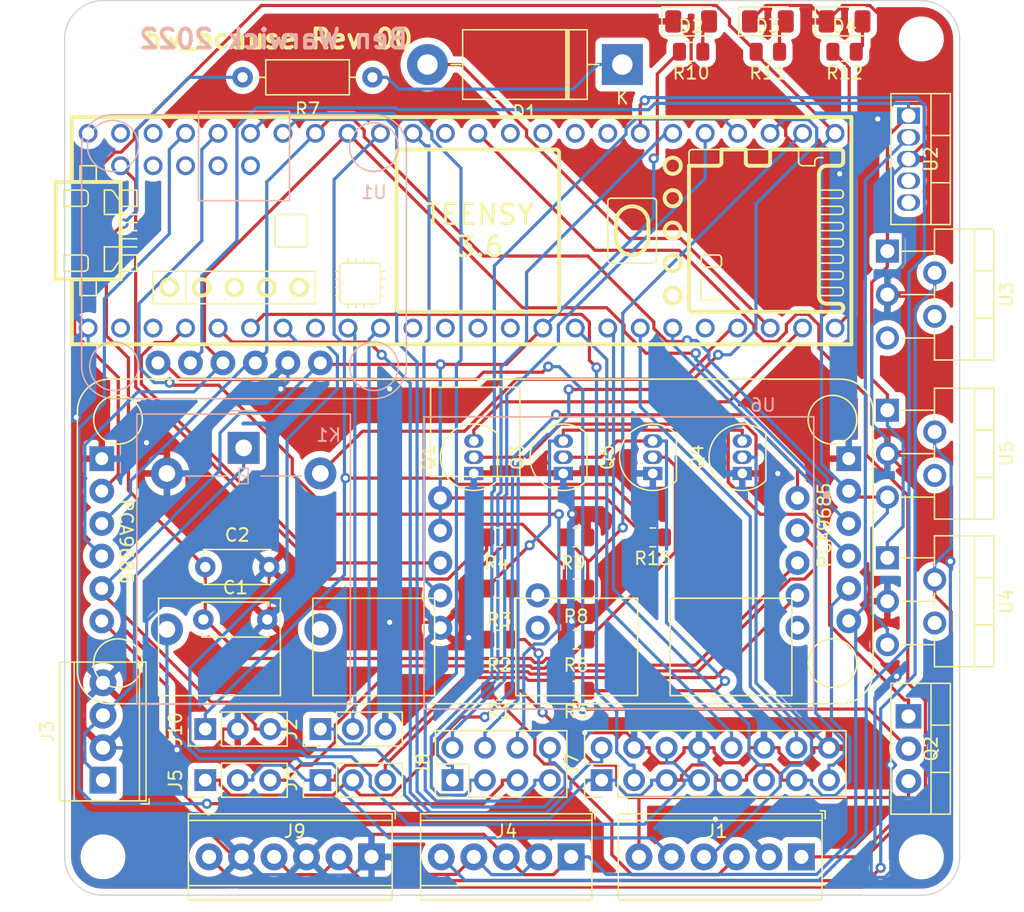
<source format=kicad_pcb>
(kicad_pcb (version 20211014) (generator pcbnew)
  (title_block (title "bw_beer_caddy") (rev "0") (company "BWBots"))
  (layers (0 "F.Cu" signal) (31 "B.Cu" signal) (34 "B.Paste" user) (35 "F.Paste" user) (36 "B.SilkS" user "B.Silkscreen") (37 "F.SilkS" user "F.Silkscreen") (38 "B.Mask" user) (39 "F.Mask" user) (44 "Edge.Cuts" user))
  (net 0 "")
  (net 1 "Net-(C1-Pad1)")
  (net 2 "GND")
  (net 3 "Net-(D1-Pad1)")
  (net 4 "/UNLATCH")
  (net 5 "/BUTTON_LED")
  (net 6 "/LATCH_BTN_IN")
  (net 7 "/LATCH_BTN_OUT")
  (net 8 "/MAIN_SWT_IN")
  (net 9 "/MAIN_SWT_OUT")
  (net 10 "+5V")
  (net 11 "/LED_RING")
  (net 12 "/E+")
  (net 13 "/E-")
  (net 14 "/A-")
  (net 15 "/A+")
  (net 16 "/M1_EA")
  (net 17 "/M1_EB")
  (net 18 "/M2_EA")
  (net 19 "/M3_EA")
  (net 20 "/M3_EB")
  (net 21 "/M4_EA")
  (net 22 "/M4_EB")
  (net 23 "/M1_DR1")
  (net 24 "/M1_DR2")
  (net 25 "/M2_DR1")
  (net 26 "/M2_DR2")
  (net 27 "/M3_DR1")
  (net 28 "/M3_DR2")
  (net 29 "/M4_DR1")
  (net 30 "/M4_DR2")
  (net 31 "+12V")
  (net 32 "+12L")
  (net 33 "/CHARGE_RELAY_CTRL")
  (net 35 "/LATCH_STAT")
  (net 36 "Net-(Q2-Pad1)")
  (net 37 "/LATCH_OUT")
  (net 38 "Net-(Q3-Pad2)")
  (net 39 "/CHARGE_SENSE")
  (net 40 "/USB_SENSE")
  (net 41 "Net-(R8-Pad2)")
  (net 42 "/MOTOR_ENABLE")
  (net 43 "/SCL1")
  (net 44 "/SDA1")
  (net 45 "+3.3V")
  (net 48 "/LOAD_CELL_DATA")
  (net 56 "/LOAD_CELL_SCK")
  (net 57 "/M2_EB")
  (net 59 "Net-(D2-Pad2)")
  (net 60 "/RX_JETSON")
  (net 61 "/TX_JETSON")
  (net 69 "VDD")
  (net 77 "Net-(D3-Pad2)")
  (net 78 "Net-(D4-Pad2)")
  (net 79 "/STATUS_LED")
  (net 81 "Net-(J3-Pad1)")
  (net 82 "/HALL_EFFECT_SNS")
  (footprint "Connector_PinHeader_2.54mm:PinHeader_1x03_P2.54mm_Vertical" (layer "F.Cu") (at 120 105 90)
    (fp_text reference "J6")
    (fp_text value "Conn_01x03_Female")
  )
  (footprint "Package_TO_SOT_THT:TO-92_Inline" (layer "F.Cu") (at 132 81 90)
    (fp_text reference "Q1")
    (fp_text value "2N3904")
  )
  (footprint "Package_TO_SOT_THT:TO-220-5_P3.4x3.7mm_StaggerOdd_Lead3.8mm_Vertical" (layer "F.Cu") (at 164.35 63.6 -90)
    (fp_text reference "U3")
    (fp_text value "LM2576TV-012G")
  )
  (footprint "Diode_THT:D_DO-201AD_P15.24mm_Horizontal" (layer "F.Cu") (at 143.62 49 180)
    (fp_text reference "D1")
    (fp_text value "1N5822")
  )
  (footprint "Capacitor_THT:C_Disc_D5.0mm_W2.5mm_P5.00mm" (layer "F.Cu") (at 111 88.32)
    (fp_text reference "C2")
    (fp_text value "22 UF")
  )
  (footprint "TerminalBlock_TE-Connectivity:TerminalBlock_TE_282834-6_1x06_P2.54mm_Horizontal" (layer "F.Cu") (at 124 111 180)
    (fp_text reference "J9")
    (fp_text value "Screw_Terminal_01x06")
  )
  (footprint "Connector_PinHeader_2.54mm:PinHeader_2x04_P2.54mm_Vertical" (layer "F.Cu") (at 130.33 105 90)
    (fp_text reference "J8")
    (fp_text value "Conn_02x04_Top_Bottom")
  )
  (footprint "Resistor_SMD:R_0805_2012Metric" (layer "F.Cu") (at 140 90 180)
    (fp_text reference "R8")
    (fp_text value "10K")
  )
  (footprint "MountingHole:MountingHole_2.5mm" (layer "F.Cu") (at 167 111)
    (fp_text reference "Hole2")
    (fp_text value "MountingHole_2.5mm")
  )
  (footprint "Resistor_THT:R_Axial_DIN0207_L6.3mm_D2.5mm_P10.16mm_Horizontal" (layer "F.Cu") (at 113.92 50)
    (fp_text reference "R7")
    (fp_text value "10 Ohm")
  )
  (footprint "Package_TO_SOT_THT:TO-220-3_Vertical" (layer "F.Cu") (at 166 100 -90)
    (fp_text reference "Q2")
    (fp_text value "FQP27P06")
  )
  (footprint "Resistor_SMD:R_0805_2012Metric" (layer "F.Cu") (at 146 86 180)
    (fp_text reference "R13")
    (fp_text value "10K")
  )
  (footprint "Package_TO_SOT_THT:TO-92_Inline" (layer "F.Cu") (at 139 81 90)
    (fp_text reference "Q3")
    (fp_text value "2N7000")
  )
  (footprint "Package_TO_SOT_THT:TO-220-5_P3.4x3.7mm_StaggerOdd_Lead3.8mm_Vertical" (layer "F.Cu") (at 164.35 76.05 -90)
    (fp_text reference "U5")
    (fp_text value "LM2576TV-012G")
  )
  (footprint "Resistor_SMD:R_0805_2012Metric" (layer "F.Cu") (at 134 86 180)
    (fp_text reference "R4")
    (fp_text value "10K")
  )
  (footprint "Package_TO_SOT_THT:TO-92_Inline" (layer "F.Cu") (at 146 81 90)
    (fp_text reference "Q5")
    (fp_text value "2N7000")
  )
  (footprint "Connector_PinHeader_2.54mm:PinHeader_1x03_P2.54mm_Vertical" (layer "F.Cu") (at 111 101 90)
    (fp_text reference "J10")
    (fp_text value "Conn_01x03_Female")
  )
  (footprint "bwbots:TEENSY_3.5_3.6_BASIC" (layer "F.Cu") (at 129.78 62)
    (fp_text reference "U$2" hide)
    (fp_text value "TEENSY_3.5/3.6_BASIC" hide)
  )
  (footprint "MountingHole:MountingHole_2.5mm" (layer "F.Cu") (at 103 111)
    (fp_text reference "Hole1")
    (fp_text value "MountingHole_2.5mm")
  )
  (footprint "Resistor_SMD:R_0805_2012Metric" (layer "F.Cu") (at 149 48 180)
    (fp_text reference "R10")
    (fp_text value "10K")
  )
  (footprint "LED_SMD:LED_1206_3216Metric" (layer "F.Cu") (at 155 45.625)
    (fp_text reference "D3")
    (fp_text value "LED")
  )
  (footprint "Package_TO_SOT_THT:TO-220-5_P3.4x3.7mm_StaggerOdd_Lead3.8mm_Vertical" (layer "F.Cu") (at 164.35 87.6 -90)
    (fp_text reference "U4")
    (fp_text value "LM2576TV-012G")
  )
  (footprint "Resistor_SMD:R_0805_2012Metric" (layer "F.Cu") (at 140 98 180)
    (fp_text reference "R5")
    (fp_text value "10K")
  )
  (footprint "Resistor_SMD:R_0805_2012Metric" (layer "F.Cu") (at 134 94 180)
    (fp_text reference "R2")
    (fp_text value "30K")
  )
  (footprint "TerminalBlock_TE-Connectivity:TerminalBlock_TE_282834-6_1x06_P2.54mm_Horizontal" (layer "F.Cu") (at 157.62 111 180)
    (fp_text reference "J1")
    (fp_text value "Screw_Terminal_01x06")
  )
  (footprint "Package_TO_SOT_THT:TO-220-5_Vertical" (layer "F.Cu") (at 166 53 -90)
    (fp_text reference "U2")
    (fp_text value "LM2575-5.0BT")
  )
  (footprint "Capacitor_THT:C_Disc_D5.0mm_W2.5mm_P5.00mm" (layer "F.Cu") (at 110.85 92.43)
    (fp_text reference "C1")
    (fp_text value "22 UF")
  )
  (footprint "Connector_PinHeader_2.54mm:PinHeader_2x08_P2.54mm_Vertical" (layer "F.Cu") (at 142 105 90)
    (fp_text reference "J7")
    (fp_text value "Conn_02x08_Top_Bottom")
  )
  (footprint "Resistor_SMD:R_0805_2012Metric" (layer "F.Cu") (at 134 90 180)
    (fp_text reference "R3")
    (fp_text value "10K")
  )
  (footprint "LED_SMD:LED_1206_3216Metric" (layer "F.Cu") (at 161 45.625)
    (fp_text reference "D4")
    (fp_text value "LED")
  )
  (footprint "Resistor_SMD:R_0805_2012Metric" (layer "F.Cu") (at 140 86 180)
    (fp_text reference "R9")
    (fp_text value "10K")
  )
  (footprint "LED_SMD:LED_1206_3216Metric" (layer "F.Cu") (at 149 45.625)
    (fp_text reference "D2")
    (fp_text value "LED")
  )
  (footprint "MountingHole:MountingHole_2.5mm" (layer "F.Cu") (at 167 47)
    (fp_text reference "Hole4")
    (fp_text value "MountingHole_2.5mm")
  )
  (footprint "TerminalBlock_TE-Connectivity:TerminalBlock_TE_282834-4_1x04_P2.54mm_Horizontal" (layer "F.Cu") (at 103 105 90)
    (fp_text reference "J3")
    (fp_text value "Screw_Terminal_01x04")
  )
  (footprint "Resistor_SMD:R_0805_2012Metric" (layer "F.Cu") (at 161 48 180)
    (fp_text reference "R12")
    (fp_text value "10K")
  )
  (footprint "TerminalBlock_TE-Connectivity:TerminalBlock_TE_282834-5_1x05_P2.54mm_Horizontal" (layer "F.Cu") (at 139.62 111 180)
    (fp_text reference "J4")
    (fp_text value "Screw_Terminal_01x05")
  )
  (footprint "Resistor_SMD:R_0805_2012Metric" (layer "F.Cu") (at 140 94 180)
    (fp_text reference "R6")
    (fp_text value "100K")
  )
  (footprint "bwbots:PCA9685" (layer "F.Cu") (at 101 99.017)
    (fp_text reference "U$1" hide)
    (fp_text value "PCA9685" hide)
  )
  (footprint "Resistor_SMD:R_0805_2012Metric" (layer "F.Cu") (at 134 98 180)
    (fp_text reference "R1")
    (fp_text value "10K")
  )
  (footprint "Resistor_SMD:R_0805_2012Metric" (layer "F.Cu") (at 155 48 180)
    (fp_text reference "R11")
    (fp_text value "10K")
  )
  (footprint "Package_TO_SOT_THT:TO-92_Inline" (layer "F.Cu") (at 153 81 90)
    (fp_text reference "Q4")
    (fp_text value "2N3904")
  )
  (footprint "Connector_PinHeader_2.54mm:PinHeader_1x03_P2.54mm_Vertical" (layer "F.Cu") (at 111 105 90)
    (fp_text reference "J5")
    (fp_text value "Conn_01x03_Female")
  )
  (footprint "Connector_PinHeader_2.54mm:PinHeader_1x03_P2.54mm_Vertical" (layer "F.Cu") (at 120 101 90)
    (fp_text reference "J2")
    (fp_text value "Conn_01x03_Female")
  )
  (footprint "MountingHole:MountingHole_2.5mm" (layer "F.Cu") (at 103 47)
    (fp_text reference "Hole3")
    (fp_text value "MountingHole_2.5mm")
  )
  (footprint "bwbots:SPARKFUN_SEN-13879" (layer "B.Cu") (at 143.35 88 180)
    (fp_text reference "U6")
    (fp_text value "SEN-13879")
  )
  (footprint "bwbots:ina219_breakout" (layer "B.Cu") (at 126.731 75.1445 180)
    (fp_text reference "U1")
    (fp_text value "ina219_breakout")
  )
  (footprint "Relay_THT:Relay_SPDT_Omron-G5LE-1" (layer "B.Cu") (at 114 79 180)
    (fp_text reference "K1")
    (fp_text value "G5LE-1")
  )
  (gr_line (start 170 47) (end 170 111) (layer "Edge.Cuts") (width 0.1))
  (gr_line (start 167 114) (end 103 114) (layer "Edge.Cuts") (width 0.1))
  (gr_line (start 103 44) (end 167 44) (layer "Edge.Cuts") (width 0.1))
  (gr_line (start 100 47) (end 100 111) (layer "Edge.Cuts") (width 0.1))
  (gr_arc (start 170 111) (mid 169.12132 113.12132) (end 167 114) (layer "Edge.Cuts") (width 0.1))
  (gr_arc (start 103 114) (mid 100.87868 113.12132) (end 100 111) (layer "Edge.Cuts") (width 0.1))
  (gr_arc (start 167 44) (mid 169.12132 44.87868) (end 170 47) (layer "Edge.Cuts") (width 0.1))
  (gr_arc locked (start 100 47) (mid 100.87868 44.87868) (end 103 44) (layer "Edge.Cuts") (width 0.1))
  (gr_text "Ben Warwick 2022" (at 127 47) (layer "B.SilkS") (effects (font (size 1.5 1.5) (thickness 0.3)) (justify left mirror)))
  (gr_text "bw_bcause Rev 00" (at 106 47) (layer "F.SilkS") (effects (font (size 1.5 1.5) (thickness 0.3)) (justify left)))
  (segment (start 103.268 62.7892) (end 104.607 61.45) (width 0.25) (layer "F.Cu") (net 1))
  (segment (start 136.451 95.4761) (end 136.77 95.7952) (width 0.25) (layer "F.Cu") (net 1))
  (segment (start 110.85 92.43) (end 111 92.43) (width 0.25) (layer "F.Cu") (net 1))
  (segment (start 140.3065 94.6055) (end 140.307 94.6055) (width 0.25) (layer "F.Cu") (net 1))
  (segment (start 111 88.32) (end 104.991 82.3114) (width 0.25) (layer "F.Cu") (net 1))
  (segment (start 137.69 95.4761) (end 139.436 95.4761) (width 0.25) (layer "F.Cu") (net 1))
  (segment (start 111 92.43) (end 111 88.32) (width 0.25) (layer "F.Cu") (net 1))
  (segment (start 147.767 87.1451) (end 147.767 80.4223) (width 0.25) (layer "F.Cu") (net 1))
  (segment (start 140.307 94.6055) (end 140.9125 94) (width 0.25) (layer "F.Cu") (net 1))
  (segment (start 111 92.43) (end 114.046 95.4761) (width 0.25) (layer "F.Cu") (net 1))
  (segment (start 136.77 95.7952) (end 137.371 95.7952) (width 0.25) (layer "F.Cu") (net 1))
  (segment (start 137.371 95.7952) (end 137.69 95.4761) (width 0.25) (layer "F.Cu") (net 1))
  (segment (start 140.912 94) (end 147.767 87.1451) (width 0.25) (layer "F.Cu") (net 1))
  (segment (start 140.3065 94.6055) (end 140.912 94) (width 0.25) (layer "F.Cu") (net 1))
  (segment (start 114.046 95.4761) (end 136.451 95.4761) (width 0.25) (layer "F.Cu") (net 1))
  (segment (start 139.436 95.4761) (end 140.3065 94.6055) (width 0.25) (layer "F.Cu") (net 1))
  (segment (start 147.767 80.4223) (end 147.075 79.73) (width 0.25) (layer "F.Cu") (net 1))
  (segment (start 147.075 79.73) (end 146 79.73) (width 0.25) (layer "F.Cu") (net 1))
  (segment (start 104.991 82.3114) (end 104.991 71.9546) (width 0.25) (layer "F.Cu") (net 1))
  (segment (start 103.268 70.2314) (end 103.268 62.7892) (width 0.25) (layer "F.Cu") (net 1))
  (segment (start 104.991 71.9546) (end 103.268 70.2314) (width 0.25) (layer "F.Cu") (net 1))
  (via (at 104.607 61.45) (size 0.8) (drill 0.4) (layers "F.Cu" "B.Cu") (net 1))
  (segment (start 105.65 54.0691) (end 109.719 50) (width 0.25) (layer "B.Cu") (net 1))
  (segment (start 105.65 60.4074) (end 105.65 54.0691) (width 0.25) (layer "B.Cu") (net 1))
  (segment (start 109.719 50) (end 113.92 50) (width 0.25) (layer "B.Cu") (net 1))
  (segment (start 104.607 61.45) (end 105.65 60.4074) (width 0.25) (layer "B.Cu") (net 1))
  (segment (start 130.6249 112.3751) (end 126.7502 112.3751) (width 0.25) (layer "F.Cu") (net 2))
  (segment (start 115.85 91.7287) (end 116 91.5787) (width 0.25) (layer "F.Cu") (net 2))
  (segment (start 162.9777 44.3795) (end 160.8455 44.3795) (width 0.25) (layer "F.Cu") (net 2))
  (segment (start 139 81) (end 132 81) (width 0.25) (layer "F.Cu") (net 2))
  (segment (start 145.7151 102.8253) (end 145.7151 102.46) (width 0.25) (layer "F.Cu") (net 2))
  (segment (start 140.9125 86) (end 140.9125 85.3965) (width 0.25) (layer "F.Cu") (net 2))
  (segment (start 167.2303 55.1697) (end 166 56.4) (width 0.25) (layer "F.Cu") (net 2))
  (segment (start 133 87) (end 133 86.0875) (width 0.25) (layer "F.Cu") (net 2))
  (segment (start 156.687 103.6372) (end 155.8751 102.8253) (width 0.25) (layer "F.Cu") (net 2))
  (segment (start 150.2076 102.46) (end 149.62 102.46) (width 0.25) (layer "F.Cu") (net 2))
  (segment (start 145.1276 102.46) (end 143.9525 101.2849) (width 0.25) (layer "F.Cu") (net 2))
  (segment (start 103 102.46) (end 104.7049 102.46) (width 0.25) (layer "F.Cu") (net 2))
  (segment (start 153 81) (end 155.776 81) (width 0.25) (layer "F.Cu") (net 2))
  (segment (start 154.8455 44.3795) (end 153.6 45.625) (width 0.25) (layer "F.Cu") (net 2))
  (segment (start 155.2876 102.46) (end 154.7 102.46) (width 0.25) (layer "F.Cu") (net 2))
  (segment (start 164.8184 52.0373) (end 164.8184 46.2202) (width 0.25) (layer "F.Cu") (net 2))
  (segment (start 124.3492 91.5787) (end 125.4205 92.65) (width 0.25) (layer "F.Cu") (net 2))
  (segment (start 150.7951 102.8253) (end 150.7951 102.46) (width 0.25) (layer "F.Cu") (net 2))
  (segment (start 155.2876 102.46) (end 155.8751 102.46) (width 0.25) (layer "F.Cu") (net 2))
  (segment (start 126.7502 112.3751) (end 125.3751 111) (width 0.25) (layer "F.Cu") (net 2))
  (segment (start 125.4205 92.65) (end 128.95 92.65) (width 0.25) (layer "F.Cu") (net 2))
  (segment (start 155.8751 102.8253) (end 155.8751 102.46) (width 0.25) (layer "F.Cu") (net 2))
  (segment (start 116 91.5787) (end 124.3492 91.5787) (width 0.25) (layer "F.Cu") (net 2))
  (segment (start 112.3649 101.8079) (end 111.5528 102.62) (width 0.25) (layer "F.Cu") (net 2))
  (segment (start 130.1494 93.8494) (end 129.38 93.08) (width 0.25) (layer "F.Cu") (net 2))
  (segment (start 115.85 92.43) (end 115.85 91.7287) (width 0.25) (layer "F.Cu") (net 2))
  (segment (start 157.7949 103.6372) (end 156.687 103.6372) (width 0.25) (layer "F.Cu") (net 2))
  (segment (start 145.1276 102.46) (end 145.7151 102.46) (width 0.25) (layer "F.Cu") (net 2))
  (segment (start 156.3926 54.5723) (end 159.3703 57.55) (width 0.25) (layer "F.Cu") (net 2))
  (segment (start 164.614 103.81) (end 162.3051 103.81) (width 0.25) (layer "F.Cu") (net 2))
  (segment (start 154.7 102.46) (end 153.5249 102.46) (width 0.25) (layer "F.Cu") (net 2))
  (segment (start 164.35 79.45) (end 169.2751 84.3751) (width 0.25) (layer "F.Cu") (net 2))
  (segment (start 153.5249 102.8272) (end 152.7149 103.6372) (width 0.25) (layer "F.Cu") (net 2))
  (segment (start 164.8184 52.0373) (end 167.0345 52.0373) (width 0.25) (layer "F.Cu") (net 2))
  (segment (start 113.54 101) (end 112.3649 101) (width 0.25) (layer "F.Cu") (net 2))
  (segment (start 147.6 45.625) (end 149 47.025) (width 0.25) (layer "F.Cu") (net 2))
  (segment (start 152.7149 103.6372) (end 151.607 103.6372) (width 0.25) (layer "F.Cu") (net 2))
  (segment (start 146.5404 103.6506) (end 145.7151 102.8253) (width 0.25) (layer "F.Cu") (net 2))
  (segment (start 156.3926 54.0505) (end 156.3926 54.5723) (width 0.25) (layer "F.Cu") (net 2))
  (segment (start 148.4449 102.46) (end 148.4449 102.8272) (width 0.25) (layer "F.Cu") (net 2))
  (segment (start 151.607 103.6372) (end 150.7951 102.8253) (width 0.25) (layer "F.Cu") (net 2))
  (segment (start 155.08 111) (end 152.1339 108.0539) (width 0.25) (layer "F.Cu") (net 2))
  (segment (start 131.788 90.672) (end 131.788 88.212) (width 0.25) (layer "F.Cu") (net 2))
  (segment (start 116 91.5787) (end 116 88.32) (width 0.25) (layer "F.Cu") (net 2))
  (segment (start 159.78 102.46) (end 158.6049 102.46) (width 0.25) (layer "F.Cu") (net 2))
  (segment (start 109.5751 81) (end 109.5751 81.8951) (width 0.25) (layer "F.Cu") (net 2))
  (segment (start 132 111) (end 130.6249 112.3751) (width 0.25) (layer "F.Cu") (net 2))
  (segment (start 153.5249 102.46) (end 153.5249 102.8272) (width 0.25) (layer "F.Cu") (net 2))
  (segment (start 158.6049 102.46) (end 158.6049 102.8272) (width 0.25) (layer "F.Cu") (net 2))
  (segment (start 159.6 45.625) (end 158.3545 44.3795) (width 0.25) (layer "F.Cu") (net 2))
  (segment (start 151.8876 51.5628) (end 153.9049 51.5628) (width 0.25) (layer "F.Cu") (net 2))
  (segment (start 148.4449 102.8272) (end 147.6215 103.6506) (width 0.25) (layer "F.Cu") (net 2))
  (segment (start 133 86.0875) (end 133.0875 86) (width 0.25) (layer "F.Cu") (net 2))
  (segment (start 111.5528 102.62) (end 108.7876 102.62) (width 0.25) (layer "F.Cu") (net 2))
  (segment (start 143.9525 101.2849) (end 140.6816 101.2849) (width 0.25) (layer "F.Cu") (net 2))
  (segment (start 152.1339 108.0539) (end 150.89 108.0539) (width 0.25) (layer "F.Cu") (net 2))
  (segment (start 149.62 102.46) (end 148.4449 102.46) (width 0.25) (layer "F.Cu") (net 2))
  (segment (start 150.2076 102.46) (end 150.7951 102.46) (width 0.25) (layer "F.Cu") (net 2))
  (segment (start 149 48.6752) (end 151.8876 51.5628) (width 0.25) (layer "F.Cu") (net 2))
  (segment (start 139.0875 94) (end 139.0875 93.124) (width 0.25) (layer "F.Cu") (net 2))
  (segment (start 113.2449 111) (end 113.84 111) (width 0.25) (layer "F.Cu") (net 2))
  (segment (start 128.95 92.65) (end 129.38 93.08) (width 0.25) (layer "F.Cu") (net 2))
  (segment (start 101.576 98.804) (end 101.576 101.036) (width 0.25) (layer "F.Cu") (net 2))
  (segment (start 140.9125 85.3965) (end 139.688 84.172) (width 0.25) (layer "F.Cu") (net 2))
  (segment (start 167.0345 52.0373) (end 167.2303 52.2331) (width 0.25) (layer "F.Cu") (net 2))
  (segment (start 108 81) (end 108 79.4249) (width 0.25) (layer "F.Cu") (net 2))
  (segment (start 164.35 91) (end 164.35 92.2251) (width 0.25) (layer "F.Cu") (net 2))
  (segment (start 129.38 93.08) (end 131.788 90.672) (width 0.25) (layer "F.Cu") (net 2))
  (segment (start 102.8571 78.5497) (end 100.9114 76.604) (width 0.25) (layer "F.Cu") (net 2))
  (segment (start 108 79.4249) (end 107.2402 79.4249) (width 0.25) (layer "F.Cu") (net 2))
  (segment (start 103 97.38) (end 101.576 98.804) (width 0.25) (layer "F.Cu") (net 2))
  (segment (start 163.1248 94.9277) (end 165.0647 96.8676) (width 0.25) (layer "F.Cu") (net 2))
  (segment (start 109.5751 81.8951) (end 116 88.32) (width 0.25) (layer "F.Cu") (net 2))
  (segment (start 104.7049 102.46) (end 113.2449 111) (width 0.25) (layer "F.Cu") (net 2))
  (segment (start 162.3051 103.81) (end 160.9551 102.46) (width 0.25) (layer "F.Cu") (net 2))
  (segment (start 131.788 88.212) (end 133 87) (width 0.25) (layer "F.Cu") (net 2))
  (segment (start 131.6065 93.8494) (end 130.1494 93.8494) (width 0.25) (layer "F.Cu") (net 2))
  (segment (start 158.3545 44.3795) (end 154.8455 44.3795) (width 0.25) (layer "F.Cu") (net 2))
  (segment (start 149 47.025) (end 149 48.6752) (width 0.25) (layer "F.Cu") (net 2))
  (segment (start 108 81) (end 109.5751 81) (width 0.25) (layer "F.Cu") (net 2))
  (segment (start 144.54 102.46) (end 145.1276 102.46) (width 0.25) (layer "F.Cu") (net 2))
  (segment (start 124 111) (end 125.3751 111) (width 0.25) (layer "F.Cu") (net 2))
  (segment (start 153.9049 51.5628) (end 156.3926 54.0505) (width 0.25) (layer "F.Cu") (net 2))
  (segment (start 163.5935 53.2622) (end 164.8184 52.0373) (width 0.25) (layer "F.Cu") (net 2))
  (segment (start 102.905 78.5497) (end 102.8571 78.5497) (width 0.25) (layer "F.Cu") (net 2))
  (segment (start 101.576 101.036) (end 103 102.46) (width 0.25) (layer "F.Cu") (net 2))
  (segment (start 167.2303 52.2331) (end 167.2303 55.1697) (width 0.25) (layer "F.Cu") (net 2))
  (segment (start 147.6215 103.6506) (end 146.5404 103.6506) (width 0.25) (layer "F.Cu") (net 2))
  (segment (start 139.0875 93.124) (end 139.6495 92.562) (width 0.25) (layer "F.Cu") (net 2))
  (segment (start 163.1248 93.4503) (end 163.1248 94.9277) (width 0.25) (layer "F.Cu") (net 2))
  (segment (start 169.2751 84.3751) (end 169.2751 87.8752) (width 0.25) (layer "F.Cu") (net 2))
  (segment (start 146 81) (end 139 81) (width 0.25) (layer "F.Cu") (net 2))
  (segment (start 112.3649 101) (end 112.3649 101.8079) (width 0.25) (layer "F.Cu") (net 2))
  (segment (start 160.8455 44.3795) (end 159.6 45.625) (width 0.25) (layer "F.Cu") (net 2))
  (segment (start 158.6049 102.8272) (end 157.7949 103.6372) (width 0.25) (layer "F.Cu") (net 2))
  (segment (start 102.905 79.84) (end 102.905 78.5497) (width 0.25) (layer "F.Cu") (net 2))
  (segment (start 116.9075 74.3812) (end 125.4205 74.3812) (width 0.25) (layer "F.Cu") (net 2))
  (segment (start 164.8184 46.2202) (end 162.9777 44.3795) (width 0.25) (layer "F.Cu") (net 2))
  (segment (start 159.78 102.46) (end 160.9551 102.46) (width 0.25) (layer "F.Cu") (net 2))
  (segment (start 107.2402 79.4249) (end 106.4086 78.5933) (width 0.25) (layer "F.Cu") (net 2))
  (segment (start 159.3703 57.55) (end 160.6182 57.55) (width 0.25) (layer "F.Cu") (net 2))
  (segment (start 164.35 92.2251) (end 163.1248 93.4503) (width 0.25) (layer "F.Cu") (net 2))
  (via (at 164.614 103.81) (size 0.8) (drill 0.4) (layers "F.Cu" "B.Cu") (net 2))
  (via (at 165.0647 96.8676) (size 0.8) (drill 0.4) (layers "F.Cu" "B.Cu") (net 2))
  (via (at 139.688 84.172) (size 0.8) (drill 0.4) (layers "F.Cu" "B.Cu") (net 2))
  (via (at 125.4205 74.3812) (size 0.8) (drill 0.4) (layers "F.Cu" "B.Cu") (net 2))
  (via (at 116.9075 74.3812) (size 0.8) (drill 0.4) (layers "F.Cu" "B.Cu") (net 2))
  (via (at 163.5935 53.2622) (size 0.8) (drill 0.4) (layers "F.Cu" "B.Cu") (net 2))
  (via (at 125.4205 92.65) (size 0.8) (drill 0.4) (layers "F.Cu" "B.Cu") (net 2))
  (via (at 100.9114 76.604) (size 0.8) (drill 0.4) (layers "F.Cu" "B.Cu") (net 2))
  (via (at 131.6065 93.8494) (size 0.8) (drill 0.4) (layers "F.Cu" "B.Cu") (net 2))
  (via (at 150.89 108.0539) (size 0.8) (drill 0.4) (layers "F.Cu" "B.Cu") (net 2))
  (via (at 155.776 81) (size 0.8) (drill 0.4) (layers "F.Cu" "B.Cu") (net 2))
  (via (at 160.6182 57.55) (size 0.8) (drill 0.4) (layers "F.Cu" "B.Cu") (net 2))
  (via (at 140.6816 101.2849) (size 0.8) (drill 0.4) (layers "F.Cu" "B.Cu") (net 2))
  (via (at 106.4086 78.5933) (size 0.8) (drill 0.4) (layers "F.Cu" "B.Cu") (net 2))
  (via (at 139.6495 92.562) (size 0.8) (drill 0.4) (layers "F.Cu" "B.Cu") (net 2))
  (via (at 108.7876 102.62) (size 0.8) (drill 0.4) (layers "F.Cu" "B.Cu") (net 2))
  (via (at 169.2751 87.8752) (size 0.8) (drill 0.4) (layers "F.Cu" "B.Cu") (net 2))
  (segment (start 139.6495 84.172) (end 139.6495 92.562) (width 0.25) (layer "B.Cu") (net 2))
  (segment (start 164.2231 78.2249) (end 164.35 78.2249) (width 0.25) (layer "B.Cu") (net 2))
  (segment (start 164.753 60.7363) (end 165.5908 61.5741) (width 0.25) (layer "B.Cu") (net 2))
  (segment (start 150.89 104.5379) (end 150.89 108.0539) (width 0.25) (layer "B.Cu") (net 2))
  (segment (start 161.325 57.55) (end 160.6182 57.55) (width 0.25) (layer "B.Cu") (net 2))
  (segment (start 125.4205 92.65) (end 125.4205 74.3812) (width 0.25) (layer "B.Cu") (net 2))
  (segment (start 149.62 102.46) (end 149.62 103.6351) (width 0.25) (layer "B.Cu") (net 2))
  (segment (start 106.4149 102.46) (end 106.4149 92.5554) (width 0.25) (layer "B.Cu") (net 2))
  (segment (start 133.3898 112.3898) (end 132 111) (width 0.25) (layer "B.Cu") (net 2))
  (segment (start 115.232 112.392) (end 117.528 112.392) (width 0.25) (layer "B.Cu") (net 2))
  (segment (start 106.4149 92.5554) (end 109.2113 89.759) (width 0.25) (layer "B.Cu") (net 2))
  (segment (start 117.46 72.3505) (end 117.46 73.8287) (width 0.25) (layer "B.Cu") (net 2))
  (segment (start 161.325 55.5307) (end 163.5935 53.2622) (width 0.25) (layer "B.Cu") (net 2))
  (segment (start 169.2751 103.7095) (end 169.2751 87.8752) (width 0.25) (layer "B.Cu") (net 2))
  (segment (start 132 81.8501) (end 131.6065 82.2436) (width 0.25) (layer "B.Cu") (net 2))
  (segment (start 163.4698 112.607) (end 163.0818 112.219) (width 0.25) (layer "B.Cu") (net 2))
  (segment (start 135.6902 112.3898) (end 133.3898 112.3898) (width 0.25) (layer "B.Cu") (net 2))
  (segment (start 161.325 79.84) (end 161.325 57.55) (width 0.25) (layer "B.Cu") (net 2))
  (segment (start 117.46 73.8287) (end 116.9075 74.3812) (width 0.25) (layer "B.Cu") (net 2))
  (segment (start 132 81) (end 132 81.8501) (width 0.25) (layer "B.Cu") (net 2))
  (segment (start 139 81.8501) (end 139.6495 82.4996) (width 0.25) (layer "B.Cu") (net 2))
  (segment (start 122.5744 112.4256) (end 124 111) (width 0.25) (layer "B.Cu") (net 2))
  (segment (start 163.0818 110.2652) (end 163.3738 109.9732) (width 0.25) (layer "B.Cu") (net 2))
  (segment (start 164.35 68.2251) (end 163.1248 69.4503) (width 0.25) (layer "B.Cu") (net 2))
  (segment (start 139 81) (end 139 81.8501) (width 0.25) (layer "B.Cu") (net 2))
  (segment (start 109.2113 89.759) (end 114.561 89.759) (width 0.25) (layer "B.Cu") (net 2))
  (segment (start 114.561 89.759) (end 116 88.32) (width 0.25) (layer "B.Cu") (net 2))
  (segment (start 155.776 98.456) (end 155.776 81) (width 0.25) (layer "B.Cu") (net 2))
  (segment (start 166.5871 106.3975) (end 169.2751 103.7095) (width 0.25) (layer "B.Cu") (net 2))
  (segment (start 161.325 57.55) (end 161.325 55.5307) (width 0.25) (layer "B.Cu") (net 2))
  (segment (start 131.6065 82.2436) (end 131.6065 93.8494) (width 0.25) (layer "B.Cu") (net 2))
  (segment (start 159.78 102.46) (end 155.776 98.456) (width 0.25) (layer "B.Cu") (net 2))
  (segment (start 117.528 112.392) (end 118.92 111) (width 0.25) (layer "B.Cu") (net 2))
  (segment (start 139.6495 100.2528) (end 140.6816 101.2849) (width 0.25) (layer "B.Cu") (net 2))
  (segment (start 106.5749 102.62) (end 106.4149 102.46) (width 0.25) (layer "B.Cu") (net 2))
  (segment (start 139.6495 92.562) (end 139.6495 100.2528) (width 0.25) (layer "B.Cu") (net 2))
  (segment (start 165.5908 64.661) (end 164.4769 65.7749) (width 0.25) (layer "B.Cu") (net 2))
  (segment (start 100.9114 76.604) (end 101.84 75.6754) (width 0.25) (layer "B.Cu") (net 2))
  (segment (start 101.84 75.6754) (end 101.84 69.62) (width 0.25) (layer "B.Cu") (net 2))
  (segment (start 164.35 79.45) (end 164.35 78.2249) (width 0.25) (layer "B.Cu") (net 2))
  (segment (start 163.1248 69.4503) (end 163.1248 77.1266) (width 0.25) (layer "B.Cu") (net 2))
  (segment (start 165.5908 61.5741) (end 165.5908 64.661) (width 0.25) (layer "B.Cu") (net 2))
  (segment (start 108.7876 102.62) (end 106.5749 102.62) (width 0.25) (layer "B.Cu") (net 2))
  (segment (start 164.614 106.3975) (end 166.5871 106.3975) (width 0.25) (layer "B.Cu") (net 2))
  (segment (start 125.08 101) (end 125.08 99.8249) (width 0.25) (layer "B.Cu") (net 2))
  (segment (start 163.0818 112.219) (end 163.0818 110.2652) (width 0.25) (layer "B.Cu") (net 2))
  (segment (start 164.1472 112.607) (end 163.4698 112.607) (width 0.25) (layer "B.Cu") (net 2))
  (segment (start 139.6495 82.4996) (end 139.6495 84.172) (width 0.25) (layer "B.Cu") (net 2))
  (segment (start 137.08 111) (end 135.6902 112.3898) (width 0.25) (layer "B.Cu") (net 2))
  (segment (start 113.84 111) (end 115.232 112.392) (width 0.25) (layer "B.Cu") (net 2))
  (segment (start 164.35 67) (end 164.35 68.2251) (width 0.25) (layer "B.Cu") (net 2))
  (segment (start 164.753 57.647) (end 164.753 60.7363) (width 0.25) (layer "B.Cu") (net 2))
  (segment (start 163.3738 109.9732) (end 163.3738 98.5585) (width 0.25) (layer "B.Cu") (net 2))
  (segment (start 120.3456 112.4256) (end 122.5744 112.4256) (width 0.25) (layer "B.Cu") (net 2))
  (segment (start 102.905 79.84) (end 105.1619 79.84) (width 0.25) (layer "B.Cu") (net 2))
  (segment (start 125.4205 99.4844) (end 125.4205 92.65) (width 0.25) (layer "B.Cu") (net 2))
  (segment (start 118.92 111) (end 120.3456 112.4256) (width 0.25) (layer "B.Cu") (net 2))
  (segment (start 139.688 84.172) (end 139.6495 84.172) (width 0.25) (layer "B.Cu") (net 2))
  (segment (start 164.35 66.3874) (end 164.35 65.7749) (width 0.25) (layer "B.Cu") (net 2))
  (segment (start 164.614 103.81) (end 164.614 106.3975) (width 0.25) (layer "B.Cu") (net 2))
  (segment (start 125.08 99.8249) (end 125.4205 99.4844) (width 0.25) (layer "B.Cu") (net 2))
  (segment (start 105.1619 79.84) (end 106.4086 78.5933) (width 0.25) (layer "B.Cu") (net 2))
  (segment (start 106.4149 102.46) (end 103 102.46) (width 0.25) (layer "B.Cu") (net 2))
  (segment (start 164.614 106.3975) (end 164.614 112.1402) (width 0.25) (layer "B.Cu") (net 2))
  (segment (start 149.62 103.6351) (end 149.9872 103.6351) (width 0.25) (layer "B.Cu") (net 2))
  (segment (start 149.9872 103.6351) (end 150.89 104.5379) (width 0.25) (layer "B.Cu") (net 2))
  (segment (start 163.3738 98.5585) (end 165.0647 96.8676) (width 0.25) (layer "B.Cu") (net 2))
  (segment (start 164.4769 65.7749) (end 164.35 65.7749) (width 0.25) (layer "B.Cu") (net 2))
  (segment (start 166 56.4) (end 164.753 57.647) (width 0.25) (layer "B.Cu") (net 2))
  (segment (start 163.1248 77.1266) (end 164.2231 78.2249) (width 0.25) (layer "B.Cu") (net 2))
  (segment (start 164.614 112.1402) (end 164.1472 112.607) (width 0.25) (layer "B.Cu") (net 2))
  (segment (start 164.35 66.3874) (end 164.35 67) (width 0.25) (layer "B.Cu") (net 2))
  (segment (start 126.13 50.9251) (end 125.205 50) (width 0.25) (layer "B.Cu") (net 3))
  (segment (start 141.695 49) (end 139.77 50.9251) (width 0.25) (layer "B.Cu") (net 3))
  (segment (start 139.77 50.9251) (end 126.13 50.9251) (width 0.25) (layer "B.Cu") (net 3))
  (segment (start 143.62 49) (end 141.695 49) (width 0.25) (layer "B.Cu") (net 3))
  (segment (start 125.205 50) (end 124.08 50) (width 0.25) (layer "B.Cu") (net 3))
  (segment (start 144.105 62.607) (end 148.167 62.607) (width 0.25) (layer "F.Cu") (net 4))
  (segment (start 136.13 54.1394) (end 136.13 54.6323) (width 0.25) (layer "F.Cu") (net 4))
  (segment (start 136.13 54.6323) (end 144.105 62.607) (width 0.25) (layer "F.Cu") (net 4))
  (segment (start 128.38 49) (end 130.991 49) (width 0.25) (layer "F.Cu") (net 4))
  (segment (start 130.991 49) (end 136.13 54.1394) (width 0.25) (layer "F.Cu") (net 4))
  (segment (start 148.167 62.607) (end 155.18 69.62) (width 0.25) (layer "F.Cu") (net 4))
  (segment (start 148.061 63.5359) (end 141.476 63.5359) (width 0.25) (layer "F.Cu") (net 5))
  (segment (start 162.675 74.8841) (end 158.99 71.1994) (width 0.25) (layer "F.Cu") (net 5))
  (segment (start 154.729 70.6818) (end 153.91 69.8628) (width 0.25) (layer "F.Cu") (net 5))
  (segment (start 158.99 71.1994) (end 158.99 69.3747) (width 0.25) (layer "F.Cu") (net 5))
  (segment (start 165.943 97.3903) (end 165.943 82.7016) (width 0.25) (layer "F.Cu") (net 5))
  (segment (start 153.91 69.3847) (end 148.061 63.5359) (width 0.25) (layer "F.Cu") (net 5))
  (segment (start 155.689 70.6818) (end 154.729 70.6818) (width 0.25) (layer "F.Cu") (net 5))
  (segment (start 153.91 69.8628) (end 153.91 69.3847) (width 0.25) (layer "F.Cu") (net 5))
  (segment (start 162.675 79.5331) (end 162.675 74.8841) (width 0.25) (layer "F.Cu") (net 5))
  (segment (start 156.45 69.3304) (end 156.45 69.921) (width 0.25) (layer "F.Cu") (net 5))
  (segment (start 141.476 63.5359) (end 132.32 54.38) (width 0.25) (layer "F.Cu") (net 5))
  (segment (start 162.056 111) (end 167.325 105.73) (width 0.25) (layer "F.Cu") (net 5))
  (segment (start 167.325 98.7726) (end 165.943 97.3903) (width 0.25) (layer "F.Cu") (net 5))
  (segment (start 163.822 80.68) (end 162.675 79.5331) (width 0.25) (layer "F.Cu") (net 5))
  (segment (start 158.159 68.5438) (end 157.237 68.5438) (width 0.25) (layer "F.Cu") (net 5))
  (segment (start 167.325 105.73) (end 167.325 98.7726) (width 0.25) (layer "F.Cu") (net 5))
  (segment (start 158.99 69.3747) (end 158.159 68.5438) (width 0.25) (layer "F.Cu") (net 5))
  (segment (start 157.237 68.5438) (end 156.45 69.3304) (width 0.25) (layer "F.Cu") (net 5))
  (segment (start 165.943 82.7016) (end 163.921 80.68) (width 0.25) (layer "F.Cu") (net 5))
  (segment (start 156.45 69.921) (end 155.689 70.6818) (width 0.25) (layer "F.Cu") (net 5))
  (segment (start 157.62 111) (end 162.056 111) (width 0.25) (layer "F.Cu") (net 5))
  (segment (start 163.921 80.68) (end 163.822 80.68) (width 0.25) (layer "F.Cu") (net 5))
  (segment (start 133.6935 98.6055) (end 133.693 98.6055) (width 0.25) (layer "F.Cu") (net 6))
  (segment (start 138.37 103.73) (end 142.798 108.157) (width 0.25) (layer "F.Cu") (net 6))
  (segment (start 144.368 112.399) (end 151.141 112.399) (width 0.25) (layer "F.Cu") (net 6))
  (segment (start 137.519 103.73) (end 138.37 103.73) (width 0.25) (layer "F.Cu") (net 6))
  (segment (start 142.798 108.157) (end 142.798 110.828) (width 0.25) (layer "F.Cu") (net 6))
  (segment (start 133.088 98) (end 133.6935 98.6055) (width 0.25) (layer "F.Cu") (net 6))
  (segment (start 136.775 102.986) (end 137.519 103.73) (width 0.25) (layer "F.Cu") (net 6))
  (segment (start 133.6935 98.6055) (end 136.775 101.687) (width 0.25) (layer "F.Cu") (net 6))
  (segment (start 133.693 98.6055) (end 133.0875 98) (width 0.25) (layer "F.Cu") (net 6))
  (segment (start 142.798 110.828) (end 144.368 112.399) (width 0.25) (layer "F.Cu") (net 6))
  (segment (start 136.775 101.687) (end 136.775 102.986) (width 0.25) (layer "F.Cu") (net 6))
  (segment (start 151.141 112.399) (end 152.54 111) (width 0.25) (layer "F.Cu") (net 6))
  (segment (start 154.075 79.73) (end 153 79.73) (width 0.25) (layer "F.Cu") (net 7))
  (segment (start 136.192 79.73) (end 138.785 77.1368) (width 0.25) (layer "F.Cu") (net 7))
  (segment (start 154.075 78.0348) (end 154.075 79.73) (width 0.25) (layer "F.Cu") (net 7))
  (segment (start 153.177 77.1368) (end 154.075 78.0348) (width 0.25) (layer "F.Cu") (net 7))
  (segment (start 132 79.73) (end 136.192 79.73) (width 0.25) (layer "F.Cu") (net 7))
  (segment (start 138.785 77.1368) (end 153.177 77.1368) (width 0.25) (layer "F.Cu") (net 7))
  (segment (start 156.714 103.825) (end 155.97 104.569) (width 0.25) (layer "B.Cu") (net 7))
  (segment (start 154.075 97.3951) (end 158.415 101.735) (width 0.25) (layer "B.Cu") (net 7))
  (segment (start 150.463 111) (end 150 111) (width 0.25) (layer "B.Cu") (net 7))
  (segment (start 155.97 105.493) (end 150.463 111) (width 0.25) (layer "B.Cu") (net 7))
  (segment (start 158.415 101.735) (end 158.415 102.986) (width 0.25) (layer "B.Cu") (net 7))
  (segment (start 153 79.73) (end 154.075 79.73) (width 0.25) (layer "B.Cu") (net 7))
  (segment (start 155.97 104.569) (end 155.97 105.493) (width 0.25) (layer "B.Cu") (net 7))
  (segment (start 158.415 102.986) (end 157.576 103.825) (width 0.25) (layer "B.Cu") (net 7))
  (segment (start 154.075 79.73) (end 154.075 97.3951) (width 0.25) (layer "B.Cu") (net 7))
  (segment (start 157.576 103.825) (end 156.714 103.825) (width 0.25) (layer "B.Cu") (net 7))
  (segment (start 145.977 109.517) (end 147.46 111) (width 0.25) (layer "B.Cu") (net 8))
  (segment (start 120.929 103.71) (end 121.315 104.096) (width 0.25) (layer "B.Cu") (net 8))
  (segment (start 125.367 109.517) (end 145.977 109.517) (width 0.25) (layer "B.Cu") (net 8))
  (segment (start 121.315 105.465) (end 125.367 109.517) (width 0.25) (layer "B.Cu") (net 8))
  (segment (start 110.523 103.324) (end 118.209 103.324) (width 0.25) (layer "B.Cu") (net 8))
  (segment (start 118.209 103.324) (end 118.595 103.71) (width 0.25) (layer "B.Cu") (net 8))
  (segment (start 118.595 103.71) (end 120.929 103.71) (width 0.25) (layer "B.Cu") (net 8))
  (segment (start 108 100.801) (end 110.523 103.324) (width 0.25) (layer "B.Cu") (net 8))
  (segment (start 121.315 104.096) (end 121.315 105.465) (width 0.25) (layer "B.Cu") (net 8))
  (segment (start 108 93.2) (end 108 100.801) (width 0.25) (layer "B.Cu") (net 8))
  (segment (start 136.001 94) (end 137.071 95.0701) (width 0.25) (layer "F.Cu") (net 9))
  (segment (start 135.689 98) (end 137.381 99.6923) (width 0.25) (layer "F.Cu") (net 9))
  (segment (start 143.175 103.969) (end 143.175 105.394) (width 0.25) (layer "F.Cu") (net 9))
  (segment (start 134.9125 94) (end 136.001 94) (width 0.25) (layer "F.Cu") (net 9))
  (segment (start 144.139 106.358) (end 144.92 106.358) (width 0.25) (layer "F.Cu") (net 9))
  (segment (start 144.92 106.358) (end 166 106.358) (width 0.25) (layer "F.Cu") (net 9))
  (segment (start 143.175 105.394) (end 144.139 106.358) (width 0.25) (layer "F.Cu") (net 9))
  (segment (start 134.912 92) (end 134.9125 91.9995) (width 0.25) (layer "F.Cu") (net 9))
  (segment (start 166 106.358) (end 166 105.08) (width 0.25) (layer "F.Cu") (net 9))
  (segment (start 143.031 103.825) (end 143.175 103.969) (width 0.25) (layer "F.Cu") (net 9))
  (segment (start 134.912 94) (end 134.9125 94) (width 0.25) (layer "F.Cu") (net 9))
  (segment (start 134.9125 98) (end 135.689 98) (width 0.25) (layer "F.Cu") (net 9))
  (segment (start 134.912 98) (end 134.9125 98) (width 0.25) (layer "F.Cu") (net 9))
  (segment (start 144.92 106.358) (end 144.92 111) (width 0.25) (layer "F.Cu") (net 9))
  (segment (start 134.9125 91.9995) (end 134.9125 90) (width 0.25) (layer "F.Cu") (net 9))
  (segment (start 141.513 103.825) (end 143.031 103.825) (width 0.25) (layer "F.Cu") (net 9))
  (segment (start 134.912 90) (end 134.912 92) (width 0.25) (layer "F.Cu") (net 9))
  (segment (start 137.381 99.6923) (end 141.513 103.825) (width 0.25) (layer "F.Cu") (net 9))
  (segment (start 134.912 92) (end 134.912 94) (width 0.25) (layer "F.Cu") (net 9))
  (via (at 137.071 95.0701) (size 0.8) (drill 0.4) (layers "F.Cu" "B.Cu") (net 9))
  (via (at 137.381 99.6923) (size 0.8) (drill 0.4) (layers "F.Cu" "B.Cu") (net 9))
  (segment (start 137.381 99.6923) (end 137.071 99.3822) (width 0.25) (layer "B.Cu") (net 9))
  (segment (start 137.071 99.3822) (end 137.071 95.0701) (width 0.25) (layer "B.Cu") (net 9))
  (segment (start 134.54 111) (end 135.932 112.392) (width 0.25) (layer "F.Cu") (net 10))
  (segment (start 132.78 109.24) (end 134.54 111) (width 0.25) (layer "F.Cu") (net 10))
  (segment (start 135.932 112.392) (end 138.228 112.392) (width 0.25) (layer "F.Cu") (net 10))
  (segment (start 108.028 104.795) (end 112.473 109.24) (width 0.25) (layer "F.Cu") (net 10))
  (segment (start 112.473 109.24) (end 132.78 109.24) (width 0.25) (layer "F.Cu") (net 10))
  (segment (start 108.028 97.663) (end 108.028 104.795) (width 0.25) (layer "F.Cu") (net 10))
  (segment (start 138.228 112.392) (end 139.62 111) (width 0.25) (layer "F.Cu") (net 10))
  (segment (start 102.905 92.54) (end 108.028 97.663) (width 0.25) (layer "F.Cu") (net 10))
  (segment (start 158.815 112.375) (end 142.37 112.375) (width 0.25) (layer "B.Cu") (net 10))
  (segment (start 161.871 109.319) (end 158.815 112.375) (width 0.25) (layer "B.Cu") (net 10))
  (segment (start 161.454 92.54) (end 161.871 92.9561) (width 0.25) (layer "B.Cu") (net 10))
  (segment (start 161.871 92.9561) (end 161.871 109.319) (width 0.25) (layer "B.Cu") (net 10))
  (segment (start 161.454 92.54) (end 162.624 91.3703) (width 0.25) (layer "B.Cu") (net 10))
  (segment (start 142.37 112.375) (end 140.995 111) (width 0.25) (layer "B.Cu") (net 10))
  (segment (start 161.325 92.54) (end 161.454 92.54) (width 0.25) (layer "B.Cu") (net 10))
  (segment (start 162.624 91.3703) (end 162.624 58.0758) (width 0.25) (layer "B.Cu") (net 10))
  (segment (start 162.624 58.0758) (end 166 54.7) (width 0.25) (layer "B.Cu") (net 10))
  (segment (start 140.995 111) (end 139.62 111) (width 0.25) (layer "B.Cu") (net 10))
  (segment (start 145.02 52.1577) (end 145.02 54.38) (width 0.25) (layer "F.Cu") (net 11))
  (segment (start 145.372 51.8062) (end 145.02 52.1577) (width 0.25) (layer "F.Cu") (net 11))
  (via (at 145.372 51.8062) (size 0.8) (drill 0.4) (layers "F.Cu" "B.Cu") (net 11))
  (segment (start 162.688 97.7945) (end 166.041 94.4417) (width 0.25) (layer "B.Cu") (net 11))
  (segment (start 166.653 51.5872) (end 145.59 51.5872) (width 0.25) (layer "B.Cu") (net 11))
  (segment (start 131.3 112.84) (end 158.99 112.84) (width 0.25) (layer "B.Cu") (net 11))
  (segment (start 166.041 94.4417) (end 166.041 65.2592) (width 0.25) (layer "B.Cu") (net 11))
  (segment (start 167.243 64.057) (end 167.243 52.177) (width 0.25) (layer "B.Cu") (net 11))
  (segment (start 166.041 65.2592) (end 167.243 64.057) (width 0.25) (layer "B.Cu") (net 11))
  (segment (start 158.99 112.84) (end 162.688 109.142) (width 0.25) (layer "B.Cu") (net 11))
  (segment (start 162.688 109.142) (end 162.688 97.7945) (width 0.25) (layer "B.Cu") (net 11))
  (segment (start 167.243 52.177) (end 166.653 51.5872) (width 0.25) (layer "B.Cu") (net 11))
  (segment (start 129.46 111) (end 131.3 112.84) (width 0.25) (layer "B.Cu") (net 11))
  (segment (start 145.59 51.5872) (end 145.372 51.8062) (width 0.25) (layer "B.Cu") (net 11))
  (segment (start 125.606 106.181) (end 128.908 102.878) (width 0.25) (layer "F.Cu") (net 12))
  (segment (start 121.952 105) (end 123.133 106.181) (width 0.25) (layer "F.Cu") (net 12))
  (segment (start 128.908 102.878) (end 128.908 102.181) (width 0.25) (layer "F.Cu") (net 12))
  (segment (start 157.32 82.92) (end 157.32 80.6256) (width 0.25) (layer "F.Cu") (net 12))
  (segment (start 122.54 105) (end 121.952 105) (width 0.25) (layer "F.Cu") (net 12))
  (segment (start 131.034 100.055) (end 132.862 100.055) (width 0.25) (layer "F.Cu") (net 12))
  (segment (start 112.175 105) (end 112.175 105.367) (width 0.25) (layer "F.Cu") (net 12))
  (segment (start 157.32 80.6256) (end 153.101 76.4066) (width 0.25) (layer "F.Cu") (net 12))
  (segment (start 121.001 106.175) (end 121.952 105.224) (width 0.25) (layer "F.Cu") (net 12))
  (segment (start 111 105) (end 112.175 105) (width 0.25) (layer "F.Cu") (net 12))
  (segment (start 112.175 105.367) (end 112.983 106.175) (width 0.25) (layer "F.Cu") (net 12))
  (segment (start 128.908 102.181) (end 131.034 100.055) (width 0.25) (layer "F.Cu") (net 12))
  (segment (start 123.133 106.181) (end 125.606 106.181) (width 0.25) (layer "F.Cu") (net 12))
  (segment (start 121.952 105.224) (end 121.952 105) (width 0.25) (layer "F.Cu") (net 12))
  (segment (start 112.983 106.175) (end 121.001 106.175) (width 0.25) (layer "F.Cu") (net 12))
  (segment (start 153.101 76.4066) (end 138.438 76.4066) (width 0.25) (layer "F.Cu") (net 12))
  (via (at 138.438 76.4066) (size 0.8) (drill 0.4) (layers "F.Cu" "B.Cu") (net 12))
  (via (at 132.862 100.055) (size 0.8) (drill 0.4) (layers "F.Cu" "B.Cu") (net 12))
  (segment (start 135.027 79.8178) (end 138.438 76.4066) (width 0.25) (layer "B.Cu") (net 12))
  (segment (start 132.862 100.055) (end 135.009 97.9081) (width 0.25) (layer "B.Cu") (net 12))
  (segment (start 135.027 82.8113) (end 135.027 79.8178) (width 0.25) (layer "B.Cu") (net 12))
  (segment (start 135.009 97.9081) (end 135.009 82.8295) (width 0.25) (layer "B.Cu") (net 12))
  (segment (start 135.009 82.8295) (end 135.027 82.8113) (width 0.25) (layer "B.Cu") (net 12))
  (segment (start 137.989 96.4502) (end 149.586 96.4502) (width 0.25) (layer "F.Cu") (net 13))
  (segment (start 137.744 96.6954) (end 137.989 96.4502) (width 0.25) (layer "F.Cu") (net 13))
  (segment (start 124.405 103.825) (end 131.719 96.5115) (width 0.25) (layer "F.Cu") (net 13))
  (segment (start 149.586 96.4502) (end 156.771 89.265) (width 0.25) (layer "F.Cu") (net 13))
  (segment (start 136.398 96.6954) (end 137.744 96.6954) (width 0.25) (layer "F.Cu") (net 13))
  (segment (start 158.646 88.4811) (end 158.646 86.7862) (width 0.25) (layer "F.Cu") (net 13))
  (segment (start 157.862 89.265) (end 158.646 88.4811) (width 0.25) (layer "F.Cu") (net 13))
  (segment (start 120 105) (end 121.175 105) (width 0.25) (layer "F.Cu") (net 13))
  (segment (start 121.175 105) (end 121.175 104.633) (width 0.25) (layer "F.Cu") (net 13))
  (segment (start 121.983 103.825) (end 124.405 103.825) (width 0.25) (layer "F.Cu") (net 13))
  (segment (start 131.719 96.5115) (end 136.214 96.5115) (width 0.25) (layer "F.Cu") (net 13))
  (segment (start 121.175 104.633) (end 121.983 103.825) (width 0.25) (layer "F.Cu") (net 13))
  (segment (start 136.214 96.5115) (end 136.398 96.6954) (width 0.25) (layer "F.Cu") (net 13))
  (segment (start 156.771 89.265) (end 157.862 89.265) (width 0.25) (layer "F.Cu") (net 13))
  (segment (start 158.646 86.7862) (end 157.32 85.46) (width 0.25) (layer "F.Cu") (net 13))
  (segment (start 114.715 104.633) (end 114.715 105) (width 0.25) (layer "B.Cu") (net 13))
  (segment (start 120 105) (end 118.825 105) (width 0.25) (layer "B.Cu") (net 13))
  (segment (start 117.65 103.825) (end 115.523 103.825) (width 0.25) (layer "B.Cu") (net 13))
  (segment (start 115.523 103.825) (end 114.715 104.633) (width 0.25) (layer "B.Cu") (net 13))
  (segment (start 118.825 105) (end 117.65 103.825) (width 0.25) (layer "B.Cu") (net 13))
  (segment (start 114.715 105) (end 113.54 105) (width 0.25) (layer "B.Cu") (net 13))
  (segment (start 116.08 105) (end 117.255 105) (width 0.25) (layer "F.Cu") (net 14))
  (segment (start 137.803 96) (end 149.32 96) (width 0.25) (layer "F.Cu") (net 14))
  (segment (start 136.584 96.2453) (end 137.558 96.2453) (width 0.25) (layer "F.Cu") (net 14))
  (segment (start 118.43 103.825) (end 119.335 103.825) (width 0.25) (layer "F.Cu") (net 14))
  (segment (start 121.175 101.985) (end 121.175 100.699) (width 0.25) (layer "F.Cu") (net 14))
  (segment (start 121.175 100.699) (end 125.813 96.0613) (width 0.25) (layer "F.Cu") (net 14))
  (segment (start 125.813 96.0613) (end 136.4 96.0613) (width 0.25) (layer "F.Cu") (net 14))
  (segment (start 136.4 96.0613) (end 136.584 96.2453) (width 0.25) (layer "F.Cu") (net 14))
  (segment (start 137.558 96.2453) (end 137.803 96) (width 0.25) (layer "F.Cu") (net 14))
  (segment (start 117.255 105) (end 118.43 103.825) (width 0.25) (layer "F.Cu") (net 14))
  (segment (start 119.335 103.825) (end 121.175 101.985) (width 0.25) (layer "F.Cu") (net 14))
  (segment (start 149.32 96) (end 157.32 88) (width 0.25) (layer "F.Cu") (net 14))
  (segment (start 137.905 97.1884) (end 138.119 96.9739) (width 0.25) (layer "F.Cu") (net 15))
  (segment (start 125.08 105) (end 125.08 103.825) (width 0.25) (layer "F.Cu") (net 15))
  (segment (start 125.08 103.825) (end 131.931 96.9738) (width 0.25) (layer "F.Cu") (net 15))
  (segment (start 150.886 96.9739) (end 157.32 90.54) (width 0.25) (layer "F.Cu") (net 15))
  (segment (start 136.254 97.1884) (end 137.905 97.1884) (width 0.25) (layer "F.Cu") (net 15))
  (segment (start 136.039 96.9738) (end 136.254 97.1884) (width 0.25) (layer "F.Cu") (net 15))
  (segment (start 131.931 96.9738) (end 136.039 96.9738) (width 0.25) (layer "F.Cu") (net 15))
  (segment (start 138.119 96.9739) (end 150.886 96.9739) (width 0.25) (layer "F.Cu") (net 15))
  (segment (start 113.1 70.7199) (end 123.806 70.7199) (width 0.25) (layer "F.Cu") (net 16))
  (segment (start 123.806 70.7199) (end 124.798 71.7127) (width 0.25) (layer "F.Cu") (net 16))
  (segment (start 112 69.62) (end 113.1 70.7199) (width 0.25) (layer "F.Cu") (net 16))
  (via (at 124.798 71.7127) (size 0.8) (drill 0.4) (layers "F.Cu" "B.Cu") (net 16))
  (segment (start 128.606 107.546) (end 137.711 107.546) (width 0.25) (layer "B.Cu") (net 16))
  (segment (start 127.031 73.9452) (end 127.031 105.971) (width 0.25) (layer "B.Cu") (net 16))
  (segment (start 142 103.635) (end 142 102.46) (width 0.25) (layer "B.Cu") (net 16))
  (segment (start 137.711 107.546) (end 139.589 105.668) (width 0.25) (layer "B.Cu") (net 16))
  (segment (start 124.798 71.7127) (end 127.031 73.9452) (width 0.25) (layer "B.Cu") (net 16))
  (segment (start 127.031 105.971) (end 128.606 107.546) (width 0.25) (layer "B.Cu") (net 16))
  (segment (start 139.589 105.191) (end 141.145 103.635) (width 0.25) (layer "B.Cu") (net 16))
  (segment (start 141.145 103.635) (end 142 103.635) (width 0.25) (layer "B.Cu") (net 16))
  (segment (start 139.589 105.668) (end 139.589 105.191) (width 0.25) (layer "B.Cu") (net 16))
  (segment (start 114.54 69.62) (end 115.608 68.5522) (width 0.25) (layer "F.Cu") (net 17))
  (segment (start 115.608 68.5522) (end 140.441 68.5522) (width 0.25) (layer "F.Cu") (net 17))
  (segment (start 141.044 72.1462) (end 141.598 72.7005) (width 0.25) (layer "F.Cu") (net 17))
  (segment (start 141.044 69.1548) (end 141.044 72.1462) (width 0.25) (layer "F.Cu") (net 17))
  (segment (start 140.441 68.5522) (end 141.044 69.1548) (width 0.25) (layer "F.Cu") (net 17))
  (via (at 141.598 72.7005) (size 0.8) (drill 0.4) (layers "F.Cu" "B.Cu") (net 17))
  (segment (start 144.175 103.825) (end 144.54 103.825) (width 0.25) (layer "B.Cu") (net 17))
  (segment (start 143.175 99.6317) (end 143.175 102.825) (width 0.25) (layer "B.Cu") (net 17))
  (segment (start 143.175 102.825) (end 144.175 103.825) (width 0.25) (layer "B.Cu") (net 17))
  (segment (start 141.598 98.0548) (end 143.175 99.6317) (width 0.25) (layer "B.Cu") (net 17))
  (segment (start 141.598 72.7005) (end 141.598 98.0548) (width 0.25) (layer "B.Cu") (net 17))
  (segment (start 144.54 103.825) (end 144.54 105) (width 0.25) (layer "B.Cu") (net 17))
  (segment (start 109.8 96.2521) (end 109.8 101.965) (width 0.25) (layer "B.Cu") (net 18))
  (segment (start 148.445 105.367) (end 148.445 105) (width 0.25) (layer "B.Cu") (net 18))
  (segment (start 148.445 105) (end 149.032 105) (width 0.25) (layer "B.Cu") (net 18))
  (segment (start 120.491 70.9284) (end 121.338 71.7752) (width 0.25) (layer "B.Cu") (net 18))
  (segment (start 147.08 102.46) (end 147.08 103.635) (width 0.25) (layer "B.Cu") (net 18))
  (segment (start 122.435 103.165) (end 123.905 104.635) (width 0.25) (layer "B.Cu") (net 18))
  (segment (start 145.366 108.446) (end 148.445 105.367) (width 0.25) (layer "B.Cu") (net 18))
  (segment (start 118.462 102.715) (end 118.912 103.165) (width 0.25) (layer "B.Cu") (net 18))
  (segment (start 123.905 105.487) (end 126.864 108.446) (width 0.25) (layer "B.Cu") (net 18))
  (segment (start 110.55 102.715) (end 118.462 102.715) (width 0.25) (layer "B.Cu") (net 18))
  (segment (start 121.338 74.3813) (end 117.395 78.3235) (width 0.25) (layer "B.Cu") (net 18))
  (segment (start 117.08 69.62) (end 118.388 70.9284) (width 0.25) (layer "B.Cu") (net 18))
  (segment (start 117.395 78.3235) (end 117.395 88.6568) (width 0.25) (layer "B.Cu") (net 18))
  (segment (start 118.388 70.9284) (end 120.491 70.9284) (width 0.25) (layer "B.Cu") (net 18))
  (segment (start 118.912 103.165) (end 122.435 103.165) (width 0.25) (layer "B.Cu") (net 18))
  (segment (start 147.668 103.635) (end 149.032 105) (width 0.25) (layer "B.Cu") (net 18))
  (segment (start 126.864 108.446) (end 145.366 108.446) (width 0.25) (layer "B.Cu") (net 18))
  (segment (start 117.395 88.6568) (end 109.8 96.2521) (width 0.25) (layer "B.Cu") (net 18))
  (segment (start 147.08 103.635) (end 147.668 103.635) (width 0.25) (layer "B.Cu") (net 18))
  (segment (start 123.905 104.635) (end 123.905 105.487) (width 0.25) (layer "B.Cu") (net 18))
  (segment (start 121.338 71.7752) (end 121.338 74.3813) (width 0.25) (layer "B.Cu") (net 18))
  (segment (start 149.032 105) (end 149.62 105) (width 0.25) (layer "B.Cu") (net 18))
  (segment (start 109.8 101.965) (end 110.55 102.715) (width 0.25) (layer "B.Cu") (net 18))
  (segment (start 152.16 101.285) (end 142.402 91.5266) (width 0.25) (layer "B.Cu") (net 19))
  (segment (start 142.402 72.0817) (end 139.94 69.62) (width 0.25) (layer "B.Cu") (net 19))
  (segment (start 142.402 91.5266) (end 142.402 72.0817) (width 0.25) (layer "B.Cu") (net 19))
  (segment (start 152.16 102.46) (end 152.16 101.285) (width 0.25) (layer "B.Cu") (net 19))
  (segment (start 142.93 70.0701) (end 142.48 69.62) (width 0.25) (layer "B.Cu") (net 20))
  (segment (start 154.333 103.825) (end 153.525 103.017) (width 0.25) (layer "B.Cu") (net 20))
  (segment (start 142.93 90.0449) (end 142.93 70.0701) (width 0.25) (layer "B.Cu") (net 20))
  (segment (start 153.525 100.64) (end 142.93 90.0449) (width 0.25) (layer "B.Cu") (net 20))
  (segment (start 154.7 103.825) (end 154.333 103.825) (width 0.25) (layer "B.Cu") (net 20))
  (segment (start 154.7 105) (end 154.7 103.825) (width 0.25) (layer "B.Cu") (net 20))
  (segment (start 153.525 103.017) (end 153.525 100.64) (width 0.25) (layer "B.Cu") (net 20))
  (segment (start 145.02 75.7681) (end 145.02 69.62) (width 0.25) (layer "B.Cu") (net 21))
  (segment (start 153.625 84.373) (end 145.02 75.7681) (width 0.25) (layer "B.Cu") (net 21))
  (segment (start 157.24 101.285) (end 153.625 97.6698) (width 0.25) (layer "B.Cu") (net 21))
  (segment (start 157.24 102.46) (end 157.24 101.285) (width 0.25) (layer "B.Cu") (net 21))
  (segment (start 153.625 97.6698) (end 153.625 84.373) (width 0.25) (layer "B.Cu") (net 21))
  (segment (start 160.134 103.825) (end 159.78 103.825) (width 0.25) (layer "B.Cu") (net 22))
  (segment (start 158.746 82.0794) (end 158.746 99.7603) (width 0.25) (layer "B.Cu") (net 22))
  (segment (start 160.97 102.988) (end 160.134 103.825) (width 0.25) (layer "B.Cu") (net 22))
  (segment (start 147.56 70.8932) (end 158.746 82.0794) (width 0.25) (layer "B.Cu") (net 22))
  (segment (start 159.78 103.825) (end 159.78 105) (width 0.25) (layer "B.Cu") (net 22))
  (segment (start 160.97 101.984) (end 160.97 102.988) (width 0.25) (layer "B.Cu") (net 22))
  (segment (start 158.746 99.7603) (end 160.97 101.984) (width 0.25) (layer "B.Cu") (net 22))
  (segment (start 147.56 69.62) (end 147.56 70.8932) (width 0.25) (layer "B.Cu") (net 22))
  (segment (start 133.884 82.6816) (end 134.127 82.4383) (width 0.25) (layer "B.Cu") (net 23))
  (segment (start 136.13 70.6818) (end 136.13 65.2622) (width 0.25) (layer "B.Cu") (net 23))
  (segment (start 133.884 97.045) (end 133.884 82.6816) (width 0.25) (layer "B.Cu") (net 23))
  (segment (start 134.127 82.4383) (end 134.127 72.6848) (width 0.25) (layer "B.Cu") (net 23))
  (segment (start 129.155 103.017) (end 129.155 101.774) (width 0.25) (layer "B.Cu") (net 23))
  (segment (start 134.127 72.6848) (end 136.13 70.6818) (width 0.25) (layer "B.Cu") (net 23))
  (segment (start 129.963 103.825) (end 129.155 103.017) (width 0.25) (layer "B.Cu") (net 23))
  (segment (start 147.012 54.38) (end 147.56 54.38) (width 0.25) (layer "B.Cu") (net 23))
  (segment (start 136.13 65.2622) (end 147.012 54.38) (width 0.25) (layer "B.Cu") (net 23))
  (segment (start 129.155 101.774) (end 133.884 97.045) (width 0.25) (layer "B.Cu") (net 23))
  (segment (start 130.33 105) (end 130.33 103.825) (width 0.25) (layer "B.Cu") (net 23))
  (segment (start 130.33 103.825) (end 129.963 103.825) (width 0.25) (layer "B.Cu") (net 23))
  (segment (start 150.1 57.8891) (end 138.618 69.3712) (width 0.25) (layer "B.Cu") (net 24))
  (segment (start 134.418 82.7834) (end 134.418 97.1468) (width 0.25) (layer "B.Cu") (net 24))
  (segment (start 134.577 82.6248) (end 134.418 82.7834) (width 0.25) (layer "B.Cu") (net 24))
  (segment (start 134.418 97.1468) (end 130.33 101.235) (width 0.25) (layer "B.Cu") (net 24))
  (segment (start 138.618 70.8196) (end 134.577 74.8604) (width 0.25) (layer "B.Cu") (net 24))
  (segment (start 130.33 101.235) (end 130.33 102.46) (width 0.25) (layer "B.Cu") (net 24))
  (segment (start 150.1 54.38) (end 150.1 57.8891) (width 0.25) (layer "B.Cu") (net 24))
  (segment (start 138.618 69.3712) (end 138.618 70.8196) (width 0.25) (layer "B.Cu") (net 24))
  (segment (start 134.577 74.8604) (end 134.577 82.6248) (width 0.25) (layer "B.Cu") (net 24))
  (segment (start 132.87 105) (end 131.695 105) (width 0.25) (layer "B.Cu") (net 25))
  (segment (start 129.31 106.175) (end 128.678 105.543) (width 0.25) (layer "B.Cu") (net 25))
  (segment (start 131.315 106.175) (end 129.31 106.175) (width 0.25) (layer "B.Cu") (net 25))
  (segment (start 131.695 105) (end 131.695 105.795) (width 0.25) (layer "B.Cu") (net 25))
  (segment (start 143.909 53.9891) (end 144.638 53.2605) (width 0.25) (layer "B.Cu") (net 25))
  (segment (start 133.413 96.8789) (end 133.413 82.5154) (width 0.25) (layer "B.Cu") (net 25))
  (segment (start 131.695 105.795) (end 131.315 106.175) (width 0.25) (layer "B.Cu") (net 25))
  (segment (start 128.678 101.614) (end 133.413 96.8789) (width 0.25) (layer "B.Cu") (net 25))
  (segment (start 151.52 53.2605) (end 152.64 54.38) (width 0.25) (layer "B.Cu") (net 25))
  (segment (start 128.678 105.543) (end 128.678 101.614) (width 0.25) (layer "B.Cu") (net 25))
  (segment (start 133.611 82.3176) (end 133.611 64.7506) (width 0.25) (layer "B.Cu") (net 25))
  (segment (start 133.413 82.5154) (end 133.611 82.3176) (width 0.25) (layer "B.Cu") (net 25))
  (segment (start 133.611 64.7506) (end 143.909 54.4523) (width 0.25) (layer "B.Cu") (net 25))
  (segment (start 143.909 54.4523) (end 143.909 53.9891) (width 0.25) (layer "B.Cu") (net 25))
  (segment (start 144.638 53.2605) (end 151.52 53.2605) (width 0.25) (layer "B.Cu") (net 25))
  (segment (start 151.108 71.7137) (end 148.395 74.4272) (width 0.25) (layer "F.Cu") (net 26))
  (segment (start 148.395 74.4272) (end 139.428 74.4272) (width 0.25) (layer "F.Cu") (net 26))
  (via (at 139.428 74.4272) (size 0.8) (drill 0.4) (layers "F.Cu" "B.Cu") (net 26))
  (via (at 151.108 71.7137) (size 0.8) (drill 0.4) (layers "F.Cu" "B.Cu") (net 26))
  (segment (start 135.477 80.2261) (end 137.762 77.9409) (width 0.25) (layer "B.Cu") (net 26))
  (segment (start 132.87 101.285) (end 135.459 98.6957) (width 0.25) (layer "B.Cu") (net 26))
  (segment (start 154.069 59.9066) (end 154.069 69.7174) (width 0.25) (layer "B.Cu") (net 26))
  (segment (start 137.932 77.9409) (end 139.428 76.4456) (width 0.25) (layer "B.Cu") (net 26))
  (segment (start 158.819 55.1569) (end 154.069 59.9066) (width 0.25) (layer "B.Cu") (net 26))
  (segment (start 132.87 102.46) (end 132.87 101.285) (width 0.25) (layer "B.Cu") (net 26))
  (segment (start 155.18 54.38) (end 156.25 53.3099) (width 0.25) (layer "B.Cu") (net 26))
  (segment (start 135.459 98.6957) (end 135.459 83.0159) (width 0.25) (layer "B.Cu") (net 26))
  (segment (start 152.073 71.7137) (end 151.108 71.7137) (width 0.25) (layer "B.Cu") (net 26))
  (segment (start 158.819 53.9582) (end 158.819 55.1569) (width 0.25) (layer "B.Cu") (net 26))
  (segment (start 135.477 82.9978) (end 135.477 80.2261) (width 0.25) (layer "B.Cu") (net 26))
  (segment (start 135.459 83.0159) (end 135.477 82.9978) (width 0.25) (layer "B.Cu") (net 26))
  (segment (start 154.069 69.7174) (end 152.073 71.7137) (width 0.25) (layer "B.Cu") (net 26))
  (segment (start 139.428 76.4456) (end 139.428 74.4272) (width 0.25) (layer "B.Cu") (net 26))
  (segment (start 156.25 53.3099) (end 158.171 53.3099) (width 0.25) (layer "B.Cu") (net 26))
  (segment (start 158.171 53.3099) (end 158.819 53.9582) (width 0.25) (layer "B.Cu") (net 26))
  (segment (start 137.762 77.9409) (end 137.932 77.9409) (width 0.25) (layer "B.Cu") (net 26))
  (segment (start 134.235 105) (end 134.235 105.367) (width 0.25) (layer "F.Cu") (net 27))
  (segment (start 135.41 105) (end 134.235 105) (width 0.25) (layer "F.Cu") (net 27))
  (segment (start 134.235 105.367) (end 132.759 106.843) (width 0.25) (layer "F.Cu") (net 27))
  (segment (start 132.759 106.843) (end 111.128 106.843) (width 0.25) (layer "F.Cu") (net 27))
  (via (at 111.128 106.843) (size 0.8) (drill 0.4) (layers "F.Cu" "B.Cu") (net 27))
  (segment (start 101.119 77.4747) (end 101.119 105.712) (width 0.25) (layer "B.Cu") (net 27))
  (segment (start 102.249 106.843) (end 111.128 106.843) (width 0.25) (layer "B.Cu") (net 27))
  (segment (start 108.19 62.2504) (end 103.11 67.3304) (width 0.25) (layer "B.Cu") (net 27))
  (segment (start 101.119 105.712) (end 102.249 106.843) (width 0.25) (layer "B.Cu") (net 27))
  (segment (start 109.46 54.38) (end 108.19 55.65) (width 0.25) (layer "B.Cu") (net 27))
  (segment (start 103.11 75.4833) (end 101.119 77.4747) (width 0.25) (layer "B.Cu") (net 27))
  (segment (start 108.19 55.65) (end 108.19 62.2504) (width 0.25) (layer "B.Cu") (net 27))
  (segment (start 103.11 67.3304) (end 103.11 75.4833) (width 0.25) (layer "B.Cu") (net 27))
  (segment (start 112.051 74.0911) (end 117.805 79.8449) (width 0.25) (layer "F.Cu") (net 28))
  (segment (start 117.805 79.8449) (end 117.805 81.0394) (width 0.25) (layer "F.Cu") (net 28))
  (segment (start 120.95 84.185) (end 138.654 84.185) (width 0.25) (layer "F.Cu") (net 28))
  (segment (start 108.408 74.0911) (end 112.051 74.0911) (width 0.25) (layer "F.Cu") (net 28))
  (segment (start 117.805 81.0394) (end 120.95 84.185) (width 0.25) (layer "F.Cu") (net 28))
  (segment (start 108.208 73.891) (end 108.408 74.0911) (width 0.25) (layer "F.Cu") (net 28))
  (via (at 138.654 84.185) (size 0.8) (drill 0.4) (layers "F.Cu" "B.Cu") (net 28))
  (via (at 108.208 73.891) (size 0.8) (drill 0.4) (layers "F.Cu" "B.Cu") (net 28))
  (segment (start 110.73 55.65) (end 110.73 62.7939) (width 0.25) (layer "B.Cu") (net 28))
  (segment (start 105.82 67.7034) (end 105.82 72.696) (width 0.25) (layer "B.Cu") (net 28))
  (segment (start 110.73 62.7939) (end 105.82 67.7034) (width 0.25) (layer "B.Cu") (net 28))
  (segment (start 105.82 72.696) (end 107.016 73.891) (width 0.25) (layer "B.Cu") (net 28))
  (segment (start 135.909 95.1736) (end 136.738 94.3449) (width 0.25) (layer "B.Cu") (net 28))
  (segment (start 138.654 93.2153) (end 138.654 84.185) (width 0.25) (layer "B.Cu") (net 28))
  (segment (start 107.016 73.891) (end 108.208 73.891) (width 0.25) (layer "B.Cu") (net 28))
  (segment (start 112 54.38) (end 110.73 55.65) (width 0.25) (layer "B.Cu") (net 28))
  (segment (start 135.909 100.786) (end 135.909 95.1736) (width 0.25) (layer "B.Cu") (net 28))
  (segment (start 136.738 94.3449) (end 137.524 94.3449) (width 0.25) (layer "B.Cu") (net 28))
  (segment (start 135.41 102.46) (end 135.41 101.285) (width 0.25) (layer "B.Cu") (net 28))
  (segment (start 137.524 94.3449) (end 138.654 93.2153) (width 0.25) (layer "B.Cu") (net 28))
  (segment (start 135.41 101.285) (end 135.909 100.786) (width 0.25) (layer "B.Cu") (net 28))
  (segment (start 130.645 72.4829) (end 131 72.1279) (width 0.25) (layer "B.Cu") (net 29))
  (segment (start 131 57.10133) (end 128.7184 54.81973) (width 0.25) (layer "B.Cu") (net 29))
  (segment (start 131 72.1279) (end 131 57.10133) (width 0.25) (layer "B.Cu") (net 29))
  (segment (start 116.088 52.8317) (end 114.54 54.38) (width 0.25) (layer "B.Cu") (net 29))
  (segment (start 129.072 106.636) (end 128.202 105.766) (width 0.25) (layer "B.Cu") (net 29))
  (segment (start 136.775 105) (end 136.775 105.365) (width 0.25) (layer "B.Cu") (net 29))
  (segment (start 128.202 105.766) (end 128.202 99.0622) (width 0.25) (layer "B.Cu") (net 29))
  (segment (start 127.714 53.2818) (end 126.173 53.2818) (width 0.25) (layer "B.Cu") (net 29))
  (segment (start 130.645 96.6196) (end 130.645 72.4829) (width 0.25) (layer "B.Cu") (net 29))
  (segment (start 126.173 53.2818) (end 125.723 52.8317) (width 0.25) (layer "B.Cu") (net 29))
  (segment (start 128.7184 54.81973) (end 128.7184 54.2862) (width 0.25) (layer "B.Cu") (net 29))
  (segment (start 137.95 105) (end 136.775 105) (width 0.25) (layer "B.Cu") (net 29))
  (segment (start 136.775 105.365) (end 135.504 106.636) (width 0.25) (layer "B.Cu") (net 29))
  (segment (start 128.202 99.0622) (end 130.645 96.6196) (width 0.25) (layer "B.Cu") (net 29))
  (segment (start 128.7184 54.2862) (end 127.714 53.2818) (width 0.25) (layer "B.Cu") (net 29))
  (segment (start 125.723 52.8317) (end 116.088 52.8317) (width 0.25) (layer "B.Cu") (net 29))
  (segment (start 135.504 106.636) (end 129.072 106.636) (width 0.25) (layer "B.Cu") (net 29))
  (segment (start 127.565 105.868) (end 127.565 72.2771) (width 0.25) (layer "B.Cu") (net 30))
  (segment (start 128.793 107.096) (end 127.565 105.868) (width 0.25) (layer "B.Cu") (net 30))
  (segment (start 127.565 72.2771) (end 125.97 70.6818) (width 0.25) (layer "B.Cu") (net 30))
  (segment (start 125.97 54.0468) (end 125.205 53.2818) (width 0.25) (layer "B.Cu") (net 30))
  (segment (start 137.525 107.096) (end 128.793 107.096) (width 0.25) (layer "B.Cu") (net 30))
  (segment (start 139.139 104.459) (end 139.139 105.482) (width 0.25) (layer "B.Cu") (net 30))
  (segment (start 138.315 103.635) (end 139.139 104.459) (width 0.25) (layer "B.Cu") (net 30))
  (segment (start 137.95 102.46) (end 137.95 103.635) (width 0.25) (layer "B.Cu") (net 30))
  (segment (start 139.139 105.482) (end 137.525 107.096) (width 0.25) (layer "B.Cu") (net 30))
  (segment (start 137.95 103.635) (end 138.315 103.635) (width 0.25) (layer "B.Cu") (net 30))
  (segment (start 125.205 53.2818) (end 118.178 53.2818) (width 0.25) (layer "B.Cu") (net 30))
  (segment (start 125.97 70.6818) (end 125.97 54.0468) (width 0.25) (layer "B.Cu") (net 30))
  (segment (start 118.178 53.2818) (end 117.08 54.38) (width 0.25) (layer "B.Cu") (net 30))
  (segment (start 160.829 112.863) (end 169.333 104.359) (width 0.25) (layer "F.Cu") (net 31))
  (segment (start 116.38 111) (end 117.771 112.391) (width 0.25) (layer "F.Cu") (net 31))
  (segment (start 169.333 91.8083) (end 168.05 90.5251) (width 0.25) (layer "F.Cu") (net 31))
  (segment (start 121.42 111.04) (end 123.244 112.863) (width 0.25) (layer "F.Cu") (net 31))
  (segment (start 120.069 112.391) (end 121.42 111.04) (width 0.25) (layer "F.Cu") (net 31))
  (segment (start 121.42 111.04) (end 121.46 111) (width 0.25) (layer "F.Cu") (net 31))
  (segment (start 168.05 90.5251) (end 168.05 89.3) (width 0.25) (layer "F.Cu") (net 31))
  (segment (start 169.333 104.359) (end 169.333 91.8083) (width 0.25) (layer "F.Cu") (net 31))
  (segment (start 123.244 112.863) (end 160.829 112.863) (width 0.25) (layer "F.Cu") (net 31))
  (segment (start 117.771 112.391) (end 120.069 112.391) (width 0.25) (layer "F.Cu") (net 31))
  (segment (start 169.333 80.2583) (end 169.333 86.7917) (width 0.25) (layer "B.Cu") (net 31))
  (segment (start 168.05 88.0749) (end 168.05 89.3) (width 0.25) (layer "B.Cu") (net 31))
  (segment (start 168.05 78.9751) (end 169.333 80.2583) (width 0.25) (layer "B.Cu") (net 31))
  (segment (start 168.05 77.75) (end 168.05 78.9751) (width 0.25) (layer "B.Cu") (net 31))
  (segment (start 169.333 86.7917) (end 168.05 88.0749) (width 0.25) (layer "B.Cu") (net 31))
  (segment (start 162.311 113.372) (end 163.824 111.86) (width 0.25) (layer "F.Cu") (net 32))
  (segment (start 111.3 111) (end 113.672 113.372) (width 0.25) (layer "F.Cu") (net 32))
  (segment (start 113.672 113.372) (end 162.311 113.372) (width 0.25) (layer "F.Cu") (net 32))
  (via (at 163.824 111.86) (size 0.8) (drill 0.4) (layers "F.Cu" "B.Cu") (net 32))
  (segment (start 168.05 65.3) (end 168.05 66.5251) (width 0.25) (layer "B.Cu") (net 32))
  (segment (start 166.514 68.0607) (end 166.514 96.7295) (width 0.25) (layer "B.Cu") (net 32))
  (segment (start 163.824 99.4202) (end 163.824 111.86) (width 0.25) (layer "B.Cu") (net 32))
  (segment (start 166.514 96.7295) (end 163.824 99.4202) (width 0.25) (layer "B.Cu") (net 32))
  (segment (start 168.05 66.5251) (end 166.514 68.0607) (width 0.25) (layer "B.Cu") (net 32))
  (segment (start 150.383 71.645) (end 148.399 73.6295) (width 0.25) (layer "F.Cu") (net 33))
  (segment (start 152.64 69.62) (end 152.177 69.62) (width 0.25) (layer "F.Cu") (net 33))
  (segment (start 123.304 77.6957) (end 120 81) (width 0.25) (layer "F.Cu") (net 33))
  (segment (start 131.272 77.6957) (end 123.304 77.6957) (width 0.25) (layer "F.Cu") (net 33))
  (segment (start 135.338 73.6295) (end 131.272 77.6957) (width 0.25) (layer "F.Cu") (net 33))
  (segment (start 150.383 71.4134) (end 150.383 71.645) (width 0.25) (layer "F.Cu") (net 33))
  (segment (start 152.177 69.62) (end 150.383 71.4134) (width 0.25) (layer "F.Cu") (net 33))
  (segment (start 148.399 73.6295) (end 135.338 73.6295) (width 0.25) (layer "F.Cu") (net 33))
  (segment (start 132 77.6099) (end 134.216 75.3942) (width 0.25) (layer "F.Cu") (net 35))
  (segment (start 132 78.46) (end 132 77.6099) (width 0.25) (layer "F.Cu") (net 35))
  (segment (start 151.946 75.3942) (end 157.72 69.62) (width 0.25) (layer "F.Cu") (net 35))
  (segment (start 134.216 75.3942) (end 151.946 75.3942) (width 0.25) (layer "F.Cu") (net 35))
  (segment (start 133.0875 89.9481) (end 133.0875 90) (width 0.25) (layer "F.Cu") (net 36))
  (segment (start 133.088 89.8952) (end 133.088 89.9476) (width 0.25) (layer "F.Cu") (net 36))
  (segment (start 159.83 86.1318) (end 159.83 92.8722) (width 0.25) (layer "F.Cu") (net 36))
  (segment (start 157.889 84.19) (end 159.83 86.1318) (width 0.25) (layer "F.Cu") (net 36))
  (segment (start 136.366 86.6165) (end 133.088 89.8952) (width 0.25) (layer "F.Cu") (net 36))
  (segment (start 153 78.46) (end 153 77.6099) (width 0.25) (layer "F.Cu") (net 36))
  (segment (start 151.902 77.6099) (end 151.902 81.6796) (width 0.25) (layer "F.Cu") (net 36))
  (segment (start 151.902 81.6796) (end 154.412 84.19) (width 0.25) (layer "F.Cu") (net 36))
  (segment (start 153 77.6099) (end 151.902 77.6099) (width 0.25) (layer "F.Cu") (net 36))
  (segment (start 165.681 98.7224) (end 166 98.7224) (width 0.25) (layer "F.Cu") (net 36))
  (segment (start 166 98.7224) (end 166 100) (width 0.25) (layer "F.Cu") (net 36))
  (segment (start 133.088 89.9476) (end 133.088 90) (width 0.25) (layer "F.Cu") (net 36))
  (segment (start 159.83 92.8722) (end 165.681 98.7224) (width 0.25) (layer "F.Cu") (net 36))
  (segment (start 133.088 89.9476) (end 133.0875 89.9481) (width 0.25) (layer "F.Cu") (net 36))
  (segment (start 154.412 84.19) (end 157.889 84.19) (width 0.25) (layer "F.Cu") (net 36))
  (segment (start 151.902 77.6099) (end 139 77.6099) (width 0.25) (layer "F.Cu") (net 36))
  (segment (start 139 77.6099) (end 139 78.46) (width 0.25) (layer "F.Cu") (net 36))
  (via (at 136.366 86.6165) (size 0.8) (drill 0.4) (layers "F.Cu" "B.Cu") (net 36))
  (segment (start 139 78.46) (end 137.925 78.46) (width 0.25) (layer "B.Cu") (net 36))
  (segment (start 137.925 85.0578) (end 136.366 86.6165) (width 0.25) (layer "B.Cu") (net 36))
  (segment (start 137.925 78.46) (end 137.925 85.0578) (width 0.25) (layer "B.Cu") (net 36))
  (segment (start 137.823 72.6403) (end 137.391 73.0722) (width 0.25) (layer "F.Cu") (net 37))
  (segment (start 139.088 98) (end 140.524 99.4367) (width 0.25) (layer "F.Cu") (net 37))
  (segment (start 132.761 73.0722) (end 132.193 73.6409) (width 0.25) (layer "F.Cu") (net 37))
  (segment (start 139.0875 98) (end 139.088 98) (width 0.25) (layer "F.Cu") (net 37))
  (segment (start 162.897 99.4367) (end 140.524 99.4367) (width 0.25) (layer "F.Cu") (net 37))
  (segment (start 132.193 73.6409) (end 109.054 73.6409) (width 0.25) (layer "F.Cu") (net 37))
  (segment (start 109.054 73.6409) (end 107.764 72.3505) (width 0.25) (layer "F.Cu") (net 37))
  (segment (start 166 102.54) (end 162.897 99.4367) (width 0.25) (layer "F.Cu") (net 37))
  (segment (start 137.391 73.0722) (end 132.761 73.0722) (width 0.25) (layer "F.Cu") (net 37))
  (segment (start 107.764 72.3505) (end 107.3 72.3505) (width 0.25) (layer "F.Cu") (net 37))
  (via (at 140.524 99.4367) (size 0.8) (drill 0.4) (layers "F.Cu" "B.Cu") (net 37))
  (via (at 137.823 72.6403) (size 0.8) (drill 0.4) (layers "F.Cu" "B.Cu") (net 37))
  (segment (start 137.823 72.6403) (end 138.675 72.6403) (width 0.25) (layer "B.Cu") (net 37))
  (segment (start 138.675 72.6403) (end 140.524 74.4891) (width 0.25) (layer "B.Cu") (net 37))
  (segment (start 140.524 74.4891) (end 140.524 99.4367) (width 0.25) (layer "B.Cu") (net 37))
  (segment (start 143.216 78.46) (end 141.946 79.73) (width 0.25) (layer "F.Cu") (net 38))
  (segment (start 150.89 98) (end 140.9125 98) (width 0.25) (layer "F.Cu") (net 38))
  (segment (start 146 78.46) (end 143.216 78.46) (width 0.25) (layer "F.Cu") (net 38))
  (segment (start 141.946 79.73) (end 139 79.73) (width 0.25) (layer "F.Cu") (net 38))
  (segment (start 151.646 97.2441) (end 150.89 98) (width 0.25) (layer "F.Cu") (net 38))
  (segment (start 140.9125 98) (end 140.912 98) (width 0.25) (layer "F.Cu") (net 38))
  (via (at 151.646 97.2441) (size 0.8) (drill 0.4) (layers "F.Cu" "B.Cu") (net 38))
  (segment (start 146 78.46) (end 147.075 78.46) (width 0.25) (layer "B.Cu") (net 38))
  (segment (start 147.075 92.6729) (end 151.646 97.2441) (width 0.25) (layer "B.Cu") (net 38))
  (segment (start 147.075 78.46) (end 147.075 92.6729) (width 0.25) (layer "B.Cu") (net 38))
  (segment (start 132.238 93.1506) (end 132.238 88.6744) (width 0.25) (layer "F.Cu") (net 39))
  (segment (start 133.0875 94) (end 133.0877 93.9998) (width 0.25) (layer "F.Cu") (net 39))
  (segment (start 133.0877 93.9998) (end 132.238 93.1506) (width 0.25) (layer "F.Cu") (net 39))
  (segment (start 133.088 94) (end 133.0877 93.9998) (width 0.25) (layer "F.Cu") (net 39))
  (segment (start 134.9125 86) (end 134.912 86) (width 0.25) (layer "F.Cu") (net 39))
  (segment (start 132.238 88.6744) (end 134.912 86) (width 0.25) (layer "F.Cu") (net 39))
  (segment (start 139.6935 86.6058) (end 139.6933 86.6058) (width 0.25) (layer "F.Cu") (net 40))
  (segment (start 140.912 90) (end 140.912 88.9125) (width 0.25) (layer "F.Cu") (net 40))
  (segment (start 140.912 88.9125) (end 140.912 87.825) (width 0.25) (layer "F.Cu") (net 40))
  (segment (start 140.912 88.9125) (end 140.9125 88.913) (width 0.25) (layer "F.Cu") (net 40))
  (segment (start 141.061 87.825) (end 143.655 85.2303) (width 0.25) (layer "F.Cu") (net 40))
  (segment (start 139.6935 86.6058) (end 139.088 86) (width 0.25) (layer "F.Cu") (net 40))
  (segment (start 140.9125 88.913) (end 140.9125 90) (width 0.25) (layer "F.Cu") (net 40))
  (segment (start 140.912 87.825) (end 139.6935 86.6058) (width 0.25) (layer "F.Cu") (net 40))
  (segment (start 139.6933 86.6058) (end 139.0875 86) (width 0.25) (layer "F.Cu") (net 40))
  (segment (start 140.912 87.825) (end 141.061 87.825) (width 0.25) (layer "F.Cu") (net 40))
  (via (at 143.655 85.2303) (size 0.8) (drill 0.4) (layers "F.Cu" "B.Cu") (net 40))
  (segment (start 143.655 68.4447) (end 143.655 85.2303) (width 0.25) (layer "B.Cu") (net 40))
  (segment (start 157.72 54.38) (end 143.655 68.4447) (width 0.25) (layer "B.Cu") (net 40))
  (segment (start 139.088 89.126) (end 139.088 90) (width 0.25) (layer "F.Cu") (net 41))
  (segment (start 131.55 85.9921) (end 132.571 84.9712) (width 0.25) (layer "F.Cu") (net 41))
  (segment (start 139.088 88.2521) (end 139.088 89.126) (width 0.25) (layer "F.Cu") (net 41))
  (segment (start 139.088 89.126) (end 139.0875 89.1265) (width 0.25) (layer "F.Cu") (net 41))
  (segment (start 120.591 89.2649) (end 129.974 89.2649) (width 0.25) (layer "F.Cu") (net 41))
  (segment (start 131.55 87.6895) (end 131.55 85.9921) (width 0.25) (layer "F.Cu") (net 41))
  (segment (start 105.556 74.2297) (end 120.591 89.2649) (width 0.25) (layer "F.Cu") (net 41))
  (segment (start 105.556 58.0955) (end 105.556 74.2297) (width 0.25) (layer "F.Cu") (net 41))
  (segment (start 104.38 56.92) (end 105.556 58.0955) (width 0.25) (layer "F.Cu") (net 41))
  (segment (start 129.974 89.2649) (end 131.55 87.6895) (width 0.25) (layer "F.Cu") (net 41))
  (segment (start 135.807 84.9712) (end 139.088 88.2521) (width 0.25) (layer "F.Cu") (net 41))
  (segment (start 132.571 84.9712) (end 135.807 84.9712) (width 0.25) (layer "F.Cu") (net 41))
  (segment (start 139.0875 89.1265) (end 139.0875 90) (width 0.25) (layer "F.Cu") (net 41))
  (segment (start 152 45.9125) (end 152 45.4065) (width 0.25) (layer "F.Cu") (net 42))
  (segment (start 104.195 73.4768) (end 104.195 81.0896) (width 0.25) (layer "F.Cu") (net 42))
  (segment (start 105.456 54.3042) (end 105.456 54.8166) (width 0.25) (layer "F.Cu") (net 42))
  (segment (start 154.088 48) (end 152 45.9125) (width 0.25) (layer "F.Cu") (net 42))
  (segment (start 161.795 82.85) (end 161.325 82.38) (width 0.25) (layer "F.Cu") (net 42))
  (segment (start 154.088 48.2075) (end 154.088 48.1037) (width 0.25) (layer "F.Cu") (net 42))
  (segment (start 152 45.4065) (end 150.973 44.3795) (width 0.25) (layer "F.Cu") (net 42))
  (segment (start 100.778 70.0597) (end 104.195 73.4768) (width 0.25) (layer "F.Cu") (net 42))
  (segment (start 105.456 54.8166) (end 104.415 55.8582) (width 0.25) (layer "F.Cu") (net 42))
  (segment (start 103.925 55.8582) (end 100.778 59.0052) (width 0.25) (layer "F.Cu") (net 42))
  (segment (start 150.973 44.3795) (end 115.381 44.3795) (width 0.25) (layer "F.Cu") (net 42))
  (segment (start 154.088 48.1037) (end 154.088 48) (width 0.25) (layer "F.Cu") (net 42))
  (segment (start 164.35 82.85) (end 161.795 82.85) (width 0.25) (layer "F.Cu") (net 42))
  (segment (start 115.381 44.3795) (end 105.456 54.3042) (width 0.25) (layer "F.Cu") (net 42))
  (segment (start 104.195 81.0896) (end 102.905 82.38) (width 0.25) (layer "F.Cu") (net 42))
  (segment (start 154.088 48.1037) (end 154.0875 48.1032) (width 0.25) (layer "F.Cu") (net 42))
  (segment (start 160.26 54.38) (end 154.088 48.2075) (width 0.25) (layer "F.Cu") (net 42))
  (segment (start 100.778 59.0052) (end 100.778 70.0597) (width 0.25) (layer "F.Cu") (net 42))
  (segment (start 154.0875 48.1032) (end 154.0875 48) (width 0.25) (layer "F.Cu") (net 42))
  (segment (start 104.415 55.8582) (end 103.925 55.8582) (width 0.25) (layer "F.Cu") (net 42))
  (segment (start 160.26 54.38) (end 159.192 55.448) (width 0.25) (layer "B.Cu") (net 42))
  (segment (start 164.35 84.0751) (end 163.125 85.3003) (width 0.25) (layer "B.Cu") (net 42))
  (segment (start 163.125 85.3003) (end 163.125 91.9497) (width 0.25) (layer "B.Cu") (net 42))
  (segment (start 163.125 91.9497) (end 164.35 93.1749) (width 0.25) (layer "B.Cu") (net 42))
  (segment (start 159.192 55.448) (end 159.192 80.247) (width 0.25) (layer "B.Cu") (net 42))
  (segment (start 164.35 93.1749) (end 164.35 94.4) (width 0.25) (layer "B.Cu") (net 42))
  (segment (start 159.192 80.247) (end 161.325 82.38) (width 0.25) (layer "B.Cu") (net 42))
  (segment (start 164.35 82.85) (end 164.35 84.0751) (width 0.25) (layer "B.Cu") (net 42))
  (segment (start 146.082 69.6509) (end 147.113 70.6818) (width 0.25) (layer "F.Cu") (net 43))
  (segment (start 119.62 54.38) (end 120.693 53.3069) (width 0.25) (layer "F.Cu") (net 43))
  (segment (start 140.921 63.9861) (end 146.082 69.1472) (width 0.25) (layer "F.Cu") (net 43))
  (segment (start 122.594 53.3069) (end 123.43 54.1432) (width 0.25) (layer "F.Cu") (net 43))
  (segment (start 120.693 53.3069) (end 122.594 53.3069) (width 0.25) (layer "F.Cu") (net 43))
  (segment (start 123.43 54.1432) (end 123.43 54.6594) (width 0.25) (layer "F.Cu") (net 43))
  (segment (start 147.113 70.6818) (end 148.598 70.6818) (width 0.25) (layer "F.Cu") (net 43))
  (segment (start 148.598 70.6818) (end 148.689 70.5906) (width 0.25) (layer "F.Cu") (net 43))
  (segment (start 132.757 63.9861) (end 140.921 63.9861) (width 0.25) (layer "F.Cu") (net 43))
  (segment (start 123.43 54.6594) (end 132.757 63.9861) (width 0.25) (layer "F.Cu") (net 43))
  (segment (start 146.082 69.1472) (end 146.082 69.6509) (width 0.25) (layer "F.Cu") (net 43))
  (via (at 148.689 70.5906) (size 0.8) (drill 0.4) (layers "F.Cu" "B.Cu") (net 43))
  (segment (start 114.92 72.3505) (end 114.376 72.3505) (width 0.25) (layer "B.Cu") (net 43))
  (segment (start 119.62 54.38) (end 115.81 58.19) (width 0.25) (layer "B.Cu") (net 43))
  (segment (start 148.689 70.5906) (end 149.423 70.5906) (width 0.25) (layer "B.Cu") (net 43))
  (segment (start 159.681 83.2764) (end 161.325 84.92) (width 0.25) (layer "B.Cu") (net 43))
  (segment (start 105.151 82.6741) (end 102.905 84.92) (width 0.25) (layer "B.Cu") (net 43))
  (segment (start 150.383 72.075) (end 159.681 81.3731) (width 0.25) (layer "B.Cu") (net 43))
  (segment (start 149.423 70.5906) (end 150.383 71.5508) (width 0.25) (layer "B.Cu") (net 43))
  (segment (start 150.383 71.5508) (end 150.383 72.075) (width 0.25) (layer "B.Cu") (net 43))
  (segment (start 115.81 58.19) (end 115.81 71.4605) (width 0.25) (layer "B.Cu") (net 43))
  (segment (start 114.376 72.3505) (end 105.151 81.5755) (width 0.25) (layer "B.Cu") (net 43))
  (segment (start 105.151 81.5755) (end 105.151 82.6741) (width 0.25) (layer "B.Cu") (net 43))
  (segment (start 115.81 71.4605) (end 114.92 72.3505) (width 0.25) (layer "B.Cu") (net 43))
  (segment (start 159.681 81.3731) (end 159.681 83.2764) (width 0.25) (layer "B.Cu") (net 43))
  (segment (start 122.16 54.38) (end 135.813 68.0329) (width 0.25) (layer "F.Cu") (net 44))
  (segment (start 135.813 68.0329) (end 142.398 68.0329) (width 0.25) (layer "F.Cu") (net 44))
  (segment (start 145.469 71.5903) (end 149.357 71.5903) (width 0.25) (layer "F.Cu") (net 44))
  (segment (start 110.936 70.9067) (end 110.936 65.6038) (width 0.25) (layer "F.Cu") (net 44))
  (segment (start 112.38 72.3505) (end 110.936 70.9067) (width 0.25) (layer "F.Cu") (net 44))
  (segment (start 143.75 69.8715) (end 145.469 71.5903) (width 0.25) (layer "F.Cu") (net 44))
  (segment (start 142.398 68.0329) (end 143.75 69.3852) (width 0.25) (layer "F.Cu") (net 44))
  (segment (start 143.75 69.3852) (end 143.75 69.8715) (width 0.25) (layer "F.Cu") (net 44))
  (segment (start 110.936 65.6038) (end 122.16 54.38) (width 0.25) (layer "F.Cu") (net 44))
  (via (at 149.357 71.5903) (size 0.8) (drill 0.4) (layers "F.Cu" "B.Cu") (net 44))
  (segment (start 110.114 74.6161) (end 112.38 72.3505) (width 0.25) (layer "B.Cu") (net 44))
  (segment (start 149.357 72.0539) (end 159.196 81.8931) (width 0.25) (layer "B.Cu") (net 44))
  (segment (start 159.196 81.8931) (end 159.196 85.3314) (width 0.25) (layer "B.Cu") (net 44))
  (segment (start 105.736 74.6161) (end 110.114 74.6161) (width 0.25) (layer "B.Cu") (net 44))
  (segment (start 102.905 87.46) (end 101.577 86.1321) (width 0.25) (layer "B.Cu") (net 44))
  (segment (start 149.357 71.5903) (end 149.357 72.0539) (width 0.25) (layer "B.Cu") (net 44))
  (segment (start 159.196 85.3314) (end 161.325 87.46) (width 0.25) (layer "B.Cu") (net 44))
  (segment (start 101.577 86.1321) (end 101.577 78.7755) (width 0.25) (layer "B.Cu") (net 44))
  (segment (start 101.577 78.7755) (end 105.736 74.6161) (width 0.25) (layer "B.Cu") (net 44))
  (segment (start 148.0875 48) (end 148.0877 48.0002) (width 0.25) (layer "F.Cu") (net 45))
  (segment (start 148.255 104.633) (end 148.255 105) (width 0.25) (layer "F.Cu") (net 45))
  (segment (start 114.905 100.635) (end 113.167 98.8969) (width 0.25) (layer "F.Cu") (net 45))
  (segment (start 145.088 85.8185) (end 145.088 85.637) (width 0.25) (layer "F.Cu") (net 45))
  (segment (start 129.398 72.4615) (end 120.111 72.4615) (width 0.25) (layer "F.Cu") (net 45))
  (segment (start 150.985 104.635) (end 150.16 103.809) (width 0.25) (layer "F.Cu") (net 45))
  (segment (start 148.0877 48.0002) (end 146.355 49.7325) (width 0.25) (layer "F.Cu") (net 45))
  (segment (start 145.088 85.8185) (end 145.0875 85.819) (width 0.25) (layer "F.Cu") (net 45))
  (segment (start 154.16 103.809) (end 155.242 103.809) (width 0.25) (layer "F.Cu") (net 45))
  (segment (start 150.16 103.809) (end 149.078 103.809) (width 0.25) (layer "F.Cu") (net 45))
  (segment (start 156.065 104.633) (end 156.065 105) (width 0.25) (layer "F.Cu") (net 45))
  (segment (start 142.37 82.92) (end 129.38 82.92) (width 0.25) (layer "F.Cu") (net 45))
  (segment (start 152.16 105) (end 153.335 105) (width 0.25) (layer "F.Cu") (net 45))
  (segment (start 146.355 49.7325) (end 146.355 56.0627) (width 0.25) (layer "F.Cu") (net 45))
  (segment (start 145.088 86) (end 145.088 85.8185) (width 0.25) (layer "F.Cu") (net 45))
  (segment (start 149.078 103.809) (end 148.255 104.633) (width 0.25) (layer "F.Cu") (net 45))
  (segment (start 137.4 69.62) (end 134.558 72.4615) (width 0.25) (layer "F.Cu") (net 45))
  (segment (start 148.088 48) (end 148.0877 48.0002) (width 0.25) (layer "F.Cu") (net 45))
  (segment (start 155.242 103.809) (end 156.065 104.633) (width 0.25) (layer "F.Cu") (net 45))
  (segment (start 114.905 101) (end 114.905 100.635) (width 0.25) (layer "F.Cu") (net 45))
  (segment (start 146.355 56.0627) (end 146.072 56.3457) (width 0.25) (layer "F.Cu") (net 45))
  (segment (start 148.255 105) (end 147.08 105) (width 0.25) (layer "F.Cu") (net 45))
  (segment (start 153.335 104.635) (end 154.16 103.809) (width 0.25) (layer "F.Cu") (net 45))
  (segment (start 116.08 101) (end 114.905 101) (width 0.25) (layer "F.Cu") (net 45))
  (segment (start 111.466 98.8969) (end 102.905 90.3359) (width 0.25) (layer "F.Cu") (net 45))
  (segment (start 102.905 90.3359) (end 102.905 90) (width 0.25) (layer "F.Cu") (net 45))
  (segment (start 145.0875 85.819) (end 145.0875 86) (width 0.25) (layer "F.Cu") (net 45))
  (segment (start 152.16 105) (end 150.985 105) (width 0.25) (layer "F.Cu") (net 45))
  (segment (start 153.335 105) (end 153.335 104.635) (width 0.25) (layer "F.Cu") (net 45))
  (segment (start 134.558 72.4615) (end 129.398 72.4615) (width 0.25) (layer "F.Cu") (net 45))
  (segment (start 113.167 98.8969) (end 111.466 98.8969) (width 0.25) (layer "F.Cu") (net 45))
  (segment (start 120.111 72.4615) (end 120 72.3505) (width 0.25) (layer "F.Cu") (net 45))
  (segment (start 156.065 105) (end 157.24 105) (width 0.25) (layer "F.Cu") (net 45))
  (segment (start 145.088 85.637) (end 142.37 82.92) (width 0.25) (layer "F.Cu") (net 45))
  (segment (start 150.985 105) (end 150.985 104.635) (width 0.25) (layer "F.Cu") (net 45))
  (via (at 129.398 72.4615) (size 0.8) (drill 0.4) (layers "F.Cu" "B.Cu") (net 45))
  (via (at 146.072 56.3457) (size 0.8) (drill 0.4) (layers "F.Cu" "B.Cu") (net 45))
  (segment (start 143.983 106.175) (end 143.175 105.367) (width 0.25) (layer "B.Cu") (net 45))
  (segment (start 128.42 107.996) (end 137.943 107.996) (width 0.25) (layer "B.Cu") (net 45))
  (segment (start 157.24 105) (end 158.415 105) (width 0.25) (layer "B.Cu") (net 45))
  (segment (start 159.974 91.3507) (end 161.325 90) (width 0.25) (layer "B.Cu") (net 45))
  (segment (start 158.415 105) (end 158.415 105.365) (width 0.25) (layer "B.Cu") (net 45))
  (segment (start 116.056 76.2949) (end 120 72.3505) (width 0.25) (layer "B.Cu") (net 45))
  (segment (start 145.097 106.175) (end 143.983 106.175) (width 0.25) (layer "B.Cu") (net 45))
  (segment (start 137.4 69.62) (end 146.072 60.948) (width 0.25) (layer "B.Cu") (net 45))
  (segment (start 116.08 101) (end 117.383 101) (width 0.25) (layer "B.Cu") (net 45))
  (segment (start 145.905 105) (end 145.905 105.367) (width 0.25) (layer "B.Cu") (net 45))
  (segment (start 159.258 106.208) (end 160.269 106.208) (width 0.25) (layer "B.Cu") (net 45))
  (segment (start 113.685 76.2949) (end 116.056 76.2949) (width 0.25) (layer "B.Cu") (net 45))
  (segment (start 124.386 102.625) (end 126.581 104.82) (width 0.25) (layer "B.Cu") (net 45))
  (segment (start 119.008 102.625) (end 124.386 102.625) (width 0.25) (layer "B.Cu") (net 45))
  (segment (start 161.42 101.718) (end 159.974 100.272) (width 0.25) (layer "B.Cu") (net 45))
  (segment (start 117.383 101) (end 119.008 102.625) (width 0.25) (layer "B.Cu") (net 45))
  (segment (start 143.175 105.367) (end 143.175 105) (width 0.25) (layer "B.Cu") (net 45))
  (segment (start 129.38 82.92) (end 129.38 85.46) (width 0.25) (layer "B.Cu") (net 45))
  (segment (start 145.905 105.367) (end 145.097 106.175) (width 0.25) (layer "B.Cu") (net 45))
  (segment (start 129.38 82.92) (end 129.38 72.4799) (width 0.25) (layer "B.Cu") (net 45))
  (segment (start 146.072 60.948) (end 146.072 56.3457) (width 0.25) (layer "B.Cu") (net 45))
  (segment (start 161.42 105.056) (end 161.42 101.718) (width 0.25) (layer "B.Cu") (net 45))
  (segment (start 129.38 72.4799) (end 129.398 72.4615) (width 0.25) (layer "B.Cu") (net 45))
  (segment (start 112.152 77.8273) (end 113.685 76.2949) (width 0.25) (layer "B.Cu") (net 45))
  (segment (start 158.415 105.365) (end 159.258 106.208) (width 0.25) (layer "B.Cu") (net 45))
  (segment (start 160.269 106.208) (end 161.42 105.056) (width 0.25) (layer "B.Cu") (net 45))
  (segment (start 112.152 80.7528) (end 112.152 77.8273) (width 0.25) (layer "B.Cu") (net 45))
  (segment (start 137.943 107.996) (end 140.825 105.114) (width 0.25) (layer "B.Cu") (net 45))
  (segment (start 140.825 105) (end 142 105) (width 0.25) (layer "B.Cu") (net 45))
  (segment (start 102.905 90) (end 112.152 80.7528) (width 0.25) (layer "B.Cu") (net 45))
  (segment (start 126.581 106.157) (end 128.42 107.996) (width 0.25) (layer "B.Cu") (net 45))
  (segment (start 143.175 105) (end 142 105) (width 0.25) (layer "B.Cu") (net 45))
  (segment (start 126.581 104.82) (end 126.581 106.157) (width 0.25) (layer "B.Cu") (net 45))
  (segment (start 140.825 105.114) (end 140.825 105) (width 0.25) (layer "B.Cu") (net 45))
  (segment (start 147.08 105) (end 145.905 105) (width 0.25) (layer "B.Cu") (net 45))
  (segment (start 159.974 100.272) (end 159.974 91.3507) (width 0.25) (layer "B.Cu") (net 45))
  (segment (start 107.049 70.7475) (end 106.006 71.7905) (width 0.25) (layer "F.Cu") (net 48))
  (segment (start 120.011 88) (end 129.38 88) (width 0.25) (layer "F.Cu") (net 48))
  (segment (start 109.46 69.62) (end 108.332 70.7475) (width 0.25) (layer "F.Cu") (net 48))
  (segment (start 106.006 71.7905) (end 106.006 73.9947) (width 0.25) (layer "F.Cu") (net 48))
  (segment (start 108.332 70.7475) (end 107.049 70.7475) (width 0.25) (layer "F.Cu") (net 48))
  (segment (start 106.006 73.9947) (end 120.011 88) (width 0.25) (layer "F.Cu") (net 48))
  (segment (start 128.105 89.265) (end 129.38 90.54) (width 0.25) (layer "B.Cu") (net 56))
  (segment (start 128.105 70.895) (end 128.105 89.265) (width 0.25) (layer "B.Cu") (net 56))
  (segment (start 127.24 54.38) (end 128.2146 55.3546) (width 0.25) (layer "B.Cu") (net 56))
  (segment (start 128.5 70.5) (end 128.105 70.895) (width 0.25) (layer "B.Cu") (net 56))
  (segment (start 128.5 55.3862) (end 128.5 70.5) (width 0.25) (layer "B.Cu") (net 56))
  (segment (start 128.2146 55.3546) (end 128.5 55.3546) (width 0.25) (layer "B.Cu") (net 56))
  (segment (start 150.4 45.625) (end 149.912 46.1125) (width 0.25) (layer "F.Cu") (net 59))
  (segment (start 149.912 46.1125) (end 149.912 47.0562) (width 0.25) (layer "F.Cu") (net 59))
  (segment (start 149.912 47.0562) (end 149.912 48) (width 0.25) (layer "F.Cu") (net 59))
  (segment (start 149.912 47.0562) (end 149.9125 47.0567) (width 0.25) (layer "F.Cu") (net 59))
  (segment (start 149.9125 47.0567) (end 149.9125 48) (width 0.25) (layer "F.Cu") (net 59))
  (segment (start 122.54 99.8249) (end 122.699 99.6658) (width 0.25) (layer "B.Cu") (net 60))
  (segment (start 122.699 99.6658) (end 122.699 70.1591) (width 0.25) (layer "B.Cu") (net 60))
  (segment (start 122.699 70.1591) (end 122.16 69.62) (width 0.25) (layer "B.Cu") (net 60))
  (segment (start 122.54 101) (end 122.54 99.8249) (width 0.25) (layer "B.Cu") (net 60))
  (segment (start 123.81 70.51) (end 124.7 69.62) (width 0.25) (layer "B.Cu") (net 61))
  (segment (start 120 101) (end 121.175 101) (width 0.25) (layer "B.Cu") (net 61))
  (segment (start 121.983 102.175) (end 123.081 102.175) (width 0.25) (layer "B.Cu") (net 61))
  (segment (start 121.175 101.367) (end 121.983 102.175) (width 0.25) (layer "B.Cu") (net 61))
  (segment (start 123.081 102.175) (end 123.81 101.446) (width 0.25) (layer "B.Cu") (net 61))
  (segment (start 121.175 101) (end 121.175 101.367) (width 0.25) (layer "B.Cu") (net 61))
  (segment (start 123.81 101.446) (end 123.81 70.51) (width 0.25) (layer "B.Cu") (net 61))
  (segment (start 164.35 64.8251) (end 163.125 66.0502) (width 0.25) (layer "F.Cu") (net 69))
  (segment (start 163.125 73.5998) (end 164.35 74.8249) (width 0.25) (layer "F.Cu") (net 69))
  (segment (start 164.35 63.6) (end 164.35 64.8251) (width 0.25) (layer "F.Cu") (net 69))
  (segment (start 163.125 66.0502) (end 163.125 73.5998) (width 0.25) (layer "F.Cu") (net 69))
  (segment (start 164.35 54.65) (end 164.35 63.6) (width 0.25) (layer "F.Cu") (net 69))
  (segment (start 164.35 74.8249) (end 164.35 76.05) (width 0.25) (layer "F.Cu") (net 69))
  (segment (start 166 53) (end 164.35 54.65) (width 0.25) (layer "F.Cu") (net 69))
  (segment (start 165.575 85.1498) (end 165.575 78.5002) (width 0.25) (layer "B.Cu") (net 69))
  (segment (start 164.35 87.6) (end 164.35 86.3749) (width 0.25) (layer "B.Cu") (net 69))
  (segment (start 125.91 52.3816) (end 114.992 52.3816) (width 0.25) (layer "B.Cu") (net 69))
  (segment (start 113.478 62.7825) (end 110.73 65.5307) (width 0.25) (layer "B.Cu") (net 69))
  (segment (start 164.35 77.2751) (end 164.35 76.05) (width 0.25) (layer "B.Cu") (net 69))
  (segment (start 146.166 52.0374) (end 145.672 52.5313) (width 0.25) (layer "B.Cu") (net 69))
  (segment (start 164.35 86.3749) (end 165.575 85.1498) (width 0.25) (layer "B.Cu") (net 69))
  (segment (start 166 52.0374) (end 146.166 52.0374) (width 0.25) (layer "B.Cu") (net 69))
  (segment (start 110.73 65.5307) (end 110.73 71.4605) (width 0.25) (layer "B.Cu") (net 69))
  (segment (start 110.73 71.4605) (end 109.84 72.3505) (width 0.25) (layer "B.Cu") (net 69))
  (segment (start 165.575 78.5002) (end 164.35 77.2751) (width 0.25) (layer "B.Cu") (net 69))
  (segment (start 113.478 53.8953) (end 113.478 62.7825) (width 0.25) (layer "B.Cu") (net 69))
  (segment (start 166 53) (end 166 52.0374) (width 0.25) (layer "B.Cu") (net 69))
  (segment (start 145.672 52.5313) (end 126.06 52.5313) (width 0.25) (layer "B.Cu") (net 69))
  (segment (start 114.992 52.3816) (end 113.478 53.8953) (width 0.25) (layer "B.Cu") (net 69))
  (segment (start 126.06 52.5313) (end 125.91 52.3816) (width 0.25) (layer "B.Cu") (net 69))
  (segment (start 155.912 47.0562) (end 155.912 46.1125) (width 0.25) (layer "F.Cu") (net 77))
  (segment (start 155.912 48) (end 155.912 47.0562) (width 0.25) (layer "F.Cu") (net 77))
  (segment (start 155.912 47.0562) (end 155.9125 47.0567) (width 0.25) (layer "F.Cu") (net 77))
  (segment (start 155.9125 47.0567) (end 155.9125 48) (width 0.25) (layer "F.Cu") (net 77))
  (segment (start 155.912 46.1125) (end 156.4 45.625) (width 0.25) (layer "F.Cu") (net 77))
  (segment (start 161.912 48) (end 161.9123 47.9998) (width 0.25) (layer "F.Cu") (net 78))
  (segment (start 161.9123 47.9998) (end 162.4 47.5125) (width 0.25) (layer "F.Cu") (net 78))
  (segment (start 162.4 47.5125) (end 162.4 45.625) (width 0.25) (layer "F.Cu") (net 78))
  (segment (start 161.9125 48) (end 161.9123 47.9998) (width 0.25) (layer "F.Cu") (net 78))
  (segment (start 161.362 49.2744) (end 160.088 48) (width 0.25) (layer "F.Cu") (net 79))
  (segment (start 160.0875 48) (end 160.088 48) (width 0.25) (layer "F.Cu") (net 79))
  (segment (start 161.362 68.5181) (end 161.362 49.2744) (width 0.25) (layer "F.Cu") (net 79))
  (segment (start 160.26 69.62) (end 161.362 68.5181) (width 0.25) (layer "F.Cu") (net 79))
  (segment (start 114 80.5751) (end 105.464 89.1106) (width 0.25) (layer "B.Cu") (net 81))
  (segment (start 101.576 103.576) (end 103 105) (width 0.25) (layer "B.Cu") (net 81))
  (segment (start 105.464 97.4555) (end 103 99.92) (width 0.25) (layer "B.Cu") (net 81))
  (segment (start 101.576 101.344) (end 101.576 103.576) (width 0.25) (layer "B.Cu") (net 81))
  (segment (start 103 99.92) (end 101.576 101.344) (width 0.25) (layer "B.Cu") (net 81))
  (segment (start 114 79) (end 114 80.5751) (width 0.25) (layer "B.Cu") (net 81))
  (segment (start 105.464 89.1106) (end 105.464 97.4555) (width 0.25) (layer "B.Cu") (net 81))
  (segment (start 130.645 81.8502) (end 142.763 81.8502) (width 0.25) (layer "F.Cu") (net 82))
  (segment (start 146.3065 85.3944) (end 146.912 86) (width 0.25) (layer "F.Cu") (net 82))
  (segment (start 142.763 81.8502) (end 146.3065 85.3944) (width 0.25) (layer "F.Cu") (net 82))
  (segment (start 130.158 81.3631) (end 130.645 81.8502) (width 0.25) (layer "F.Cu") (net 82))
  (segment (start 121.969 81.3631) (end 130.158 81.3631) (width 0.25) (layer "F.Cu") (net 82))
  (segment (start 146.3069 85.3944) (end 146.9125 86) (width 0.25) (layer "F.Cu") (net 82))
  (segment (start 146.3065 85.3944) (end 146.3069 85.3944) (width 0.25) (layer "F.Cu") (net 82))
  (via (at 121.969 81.3631) (size 0.8) (drill 0.4) (layers "F.Cu" "B.Cu") (net 82))
  (segment (start 121.885 70.9231) (end 121.885 81.3631) (width 0.25) (layer "B.Cu") (net 82))
  (segment (start 111 99.8249) (end 121.885 88.9401) (width 0.25) (layer "B.Cu") (net 82))
  (segment (start 121.885 81.3631) (end 121.969 81.3631) (width 0.25) (layer "B.Cu") (net 82))
  (segment (start 121.885 88.9401) (end 121.885 81.3631) (width 0.25) (layer "B.Cu") (net 82))
  (segment (start 111 101) (end 111 99.8249) (width 0.25) (layer "B.Cu") (net 82))
  (segment (start 124.7 54.38) (end 121.073 58.0073) (width 0.25) (layer "B.Cu") (net 82))
  (segment (start 121.073 58.0073) (end 121.073 70.111) (width 0.25) (layer "B.Cu") (net 82))
  (segment (start 121.073 70.111) (end 121.885 70.9231) (width 0.25) (layer "B.Cu") (net 82))
  (zone (net 2) (net_name "GND") (layers F&B.Cu) (connect_pads (clearance 0.508)) (min_thickness 0.254) (fill yes (thermal_gap 0.508) (thermal_bridge_width 0.508))
    (polygon (pts (xy 170 114) (xy 100 114) (xy 100 44) (xy 170 44)))
  )
)
</source>
